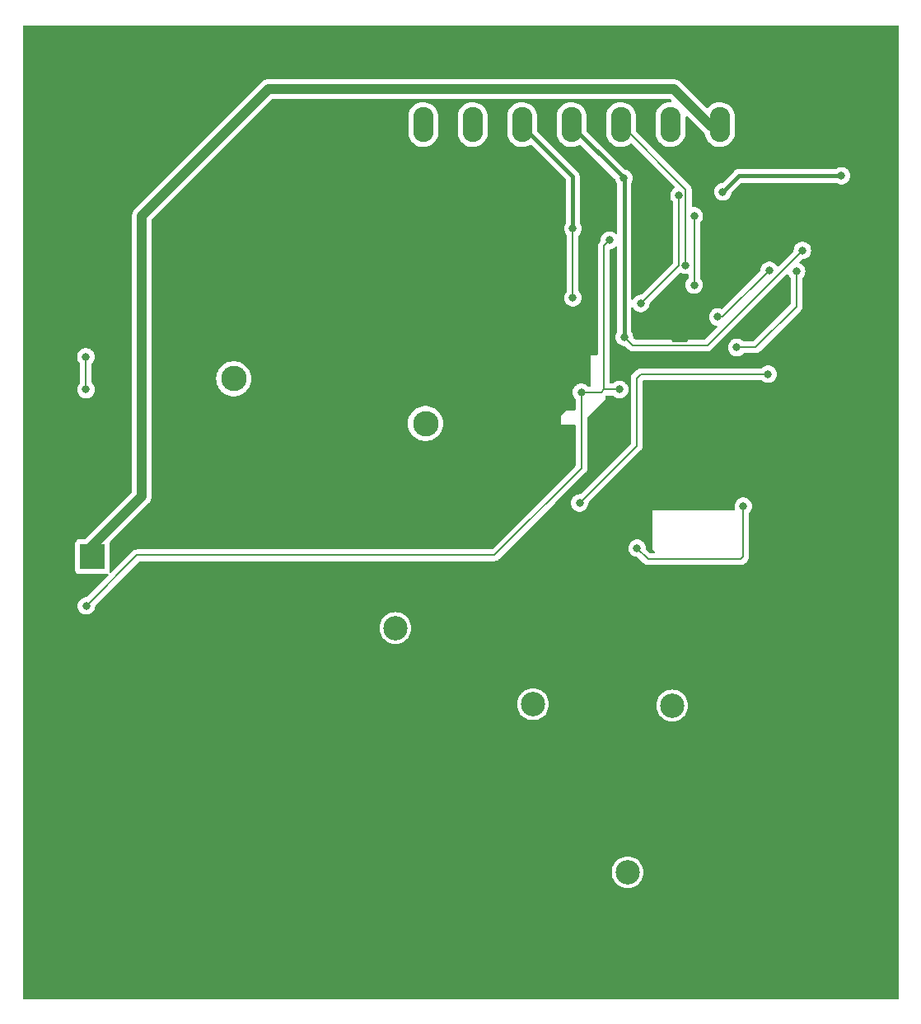
<source format=gbr>
%TF.GenerationSoftware,KiCad,Pcbnew,(7.0.0-0)*%
%TF.CreationDate,2023-05-05T21:57:13+02:00*%
%TF.ProjectId,Filter-forest-v3,46696c74-6572-42d6-966f-726573742d76,rev?*%
%TF.SameCoordinates,Original*%
%TF.FileFunction,Copper,L2,Bot*%
%TF.FilePolarity,Positive*%
%FSLAX46Y46*%
G04 Gerber Fmt 4.6, Leading zero omitted, Abs format (unit mm)*
G04 Created by KiCad (PCBNEW (7.0.0-0)) date 2023-05-05 21:57:13*
%MOMM*%
%LPD*%
G01*
G04 APERTURE LIST*
G04 Aperture macros list*
%AMRoundRect*
0 Rectangle with rounded corners*
0 $1 Rounding radius*
0 $2 $3 $4 $5 $6 $7 $8 $9 X,Y pos of 4 corners*
0 Add a 4 corners polygon primitive as box body*
4,1,4,$2,$3,$4,$5,$6,$7,$8,$9,$2,$3,0*
0 Add four circle primitives for the rounded corners*
1,1,$1+$1,$2,$3*
1,1,$1+$1,$4,$5*
1,1,$1+$1,$6,$7*
1,1,$1+$1,$8,$9*
0 Add four rect primitives between the rounded corners*
20,1,$1+$1,$2,$3,$4,$5,0*
20,1,$1+$1,$4,$5,$6,$7,0*
20,1,$1+$1,$6,$7,$8,$9,0*
20,1,$1+$1,$8,$9,$2,$3,0*%
G04 Aperture macros list end*
%TA.AperFunction,ComponentPad*%
%ADD10C,0.600000*%
%TD*%
%TA.AperFunction,SMDPad,CuDef*%
%ADD11RoundRect,0.250000X-0.600000X-0.600000X0.600000X-0.600000X0.600000X0.600000X-0.600000X0.600000X0*%
%TD*%
%TA.AperFunction,ComponentPad*%
%ADD12R,2.600000X2.600000*%
%TD*%
%TA.AperFunction,ComponentPad*%
%ADD13O,2.600000X2.600000*%
%TD*%
%TA.AperFunction,ComponentPad*%
%ADD14C,0.610000*%
%TD*%
%TA.AperFunction,ComponentPad*%
%ADD15C,2.610000*%
%TD*%
%TA.AperFunction,ComponentPad*%
%ADD16O,1.800000X1.000000*%
%TD*%
%TA.AperFunction,ComponentPad*%
%ADD17C,2.500000*%
%TD*%
%TA.AperFunction,ComponentPad*%
%ADD18C,3.500000*%
%TD*%
%TA.AperFunction,ComponentPad*%
%ADD19C,5.600000*%
%TD*%
%TA.AperFunction,SMDPad,CuDef*%
%ADD20R,4.200000X1.350000*%
%TD*%
%TA.AperFunction,ComponentPad*%
%ADD21RoundRect,0.249999X0.790001X1.550001X-0.790001X1.550001X-0.790001X-1.550001X0.790001X-1.550001X0*%
%TD*%
%TA.AperFunction,ComponentPad*%
%ADD22O,2.080000X3.600000*%
%TD*%
%TA.AperFunction,ViaPad*%
%ADD23C,0.800000*%
%TD*%
%TA.AperFunction,Conductor*%
%ADD24C,0.400000*%
%TD*%
%TA.AperFunction,Conductor*%
%ADD25C,0.200000*%
%TD*%
%TA.AperFunction,Conductor*%
%ADD26C,1.000000*%
%TD*%
%TA.AperFunction,Profile*%
%ADD27C,0.100000*%
%TD*%
G04 APERTURE END LIST*
D10*
%TO.P,U106,17,GND*%
%TO.N,GND*%
X143750000Y-61690000D03*
X144300000Y-61690000D03*
X143200000Y-61690000D03*
D11*
X143750000Y-61690000D03*
D10*
X143750000Y-61140000D03*
X143750000Y-62240000D03*
X144300000Y-62240000D03*
X143200000Y-61140000D03*
X143200000Y-62240000D03*
X144300000Y-61140000D03*
%TD*%
D12*
%TO.P,D108,1,K*%
%TO.N,/+15V*%
X83369999Y-84549999D03*
D13*
%TO.P,D108,2,A*%
%TO.N,GND*%
X83369999Y-99789999D03*
%TD*%
D14*
%TO.P,FL104,2,GND*%
%TO.N,GND*%
X106325000Y-47895000D03*
%TO.P,FL104,4,GND*%
X106325000Y-45685000D03*
%TD*%
D15*
%TO.P,FL101,1,IN-*%
%TO.N,GND*%
X97903520Y-70886160D03*
%TO.P,FL101,2,OUT+*%
%TO.N,Net-(FL101-OUT+)*%
X117610000Y-70880000D03*
%TO.P,FL101,3,OUT-*%
%TO.N,GND*%
X117610000Y-66280000D03*
%TO.P,FL101,5,IN+*%
%TO.N,Net-(FL101-IN+)*%
X97903520Y-66286160D03*
D16*
%TO.P,FL101,GND,MID-*%
%TO.N,GND*%
X100119999Y-64889999D03*
X100219999Y-72289999D03*
D15*
X105420000Y-66290000D03*
D16*
X107619999Y-64889999D03*
X107719999Y-72289999D03*
X115119999Y-64889999D03*
X115219999Y-72289999D03*
%TD*%
D17*
%TO.P,J108,1,In*%
%TO.N,/RFOUT2*%
X128660000Y-99710000D03*
D18*
%TO.P,J108,2,Ext*%
%TO.N,GND*%
X124260000Y-95410000D03*
X124360000Y-103910000D03*
X132960000Y-95410000D03*
X132960000Y-104010000D03*
%TD*%
D17*
%TO.P,J106,1,In*%
%TO.N,/RFOUT23*%
X114510000Y-91880000D03*
D18*
%TO.P,J106,2,Ext*%
%TO.N,GND*%
X110110000Y-87580000D03*
X110210000Y-96080000D03*
X118810000Y-87580000D03*
X118810000Y-96180000D03*
%TD*%
D14*
%TO.P,FL105,2,GND*%
%TO.N,GND*%
X115975000Y-47845000D03*
%TO.P,FL105,4,GND*%
X115975000Y-45635000D03*
%TD*%
D19*
%TO.P,H102,1,1*%
%TO.N,GND*%
X162248804Y-33504383D03*
%TD*%
D17*
%TO.P,J110,1,In*%
%TO.N,/RFOUT6*%
X138380000Y-116960000D03*
D18*
%TO.P,J110,2,Ext*%
%TO.N,GND*%
X133980000Y-112660000D03*
X134080000Y-121160000D03*
X142680000Y-112660000D03*
X142680000Y-121260000D03*
%TD*%
D19*
%TO.P,H104,1,1*%
%TO.N,GND*%
X79748804Y-33504383D03*
%TD*%
D10*
%TO.P,U109,EP,EP*%
%TO.N,GND*%
X147987500Y-67510800D03*
X143725000Y-67510800D03*
X147412500Y-68294000D03*
X143925000Y-68294000D03*
X147987500Y-69077200D03*
X143725000Y-69077200D03*
X142950000Y-69860400D03*
X147412500Y-69870000D03*
X143925000Y-69870000D03*
X148375000Y-70252000D03*
X141787500Y-70252000D03*
X148375000Y-71035200D03*
X141787500Y-71035200D03*
X149150000Y-71426800D03*
X148375000Y-71818400D03*
X141787500Y-71818400D03*
X143327500Y-72200000D03*
X149150000Y-72210000D03*
X146437500Y-72210000D03*
X145662500Y-72210000D03*
X144887500Y-72210000D03*
X144112500Y-72210000D03*
X148375000Y-72601600D03*
X141787500Y-72601600D03*
X146825000Y-72860000D03*
X146050000Y-72860000D03*
X145275000Y-72860000D03*
X144500000Y-72860000D03*
X143725000Y-72885000D03*
X149150000Y-72993200D03*
X148375000Y-73384800D03*
X141787500Y-73384800D03*
X146437500Y-73510000D03*
X145662500Y-73510000D03*
X144887500Y-73510000D03*
X144112500Y-73510000D03*
X143337500Y-73510000D03*
X149150000Y-73776400D03*
X146825000Y-74160000D03*
X146050000Y-74160000D03*
X145275000Y-74160000D03*
X144500000Y-74160000D03*
X143725000Y-74160000D03*
X148375000Y-74168000D03*
X141787500Y-74168000D03*
X149150000Y-74559600D03*
X146437500Y-74810000D03*
X145662500Y-74810000D03*
X144887500Y-74810000D03*
X144112500Y-74810000D03*
X143337500Y-74810000D03*
X148375000Y-74951200D03*
X141787500Y-74951200D03*
X149150000Y-75342800D03*
X146825000Y-75460000D03*
X146050000Y-75460000D03*
X145275000Y-75460000D03*
X144500000Y-75460000D03*
X143725000Y-75460000D03*
X148375000Y-75734400D03*
X141787500Y-75734400D03*
X149150000Y-76126000D03*
X148375000Y-76517600D03*
X141787500Y-76517600D03*
X149150000Y-76909200D03*
X148375000Y-77300800D03*
X141787500Y-77300800D03*
X144312500Y-77692400D03*
X142950000Y-77692400D03*
X143725000Y-78475600D03*
%TD*%
D17*
%TO.P,J109,1,In*%
%TO.N,/RFOUT70*%
X142970000Y-99840000D03*
D18*
%TO.P,J109,2,Ext*%
%TO.N,GND*%
X138570000Y-95540000D03*
X138670000Y-104040000D03*
X147270000Y-95540000D03*
X147270000Y-104140000D03*
%TD*%
D20*
%TO.P,J102,2,Ext*%
%TO.N,GND*%
X78332499Y-108254999D03*
X78332499Y-113904999D03*
%TD*%
D21*
%TO.P,J112,1,Pin_1*%
%TO.N,GND*%
X152950000Y-40190000D03*
D22*
%TO.P,J112,2,Pin_2*%
%TO.N,/+15V*%
X147869999Y-40189999D03*
%TO.P,J112,3,Pin_3*%
%TO.N,unconnected-(J112-Pin_3-Pad3)*%
X142789999Y-40189999D03*
%TO.P,J112,4,Pin_4*%
%TO.N,/TXEN_L*%
X137709999Y-40189999D03*
%TO.P,J112,5,Pin_5*%
%TO.N,VC2*%
X132629999Y-40189999D03*
%TO.P,J112,6,Pin_6*%
%TO.N,VC1*%
X127549999Y-40189999D03*
%TO.P,J112,7,Pin_7*%
%TO.N,/SCL*%
X122469999Y-40189999D03*
%TO.P,J112,8,Pin_8*%
%TO.N,/SDA*%
X117389999Y-40189999D03*
%TD*%
D19*
%TO.P,H101,1,1*%
%TO.N,GND*%
X79748804Y-126504383D03*
%TD*%
%TO.P,H103,1,1*%
%TO.N,GND*%
X162248804Y-126504383D03*
%TD*%
D23*
%TO.N,GND*%
X94600000Y-71440000D03*
X90270000Y-71440000D03*
X151870000Y-60020000D03*
X139380000Y-49600000D03*
%TO.N,Net-(U101-P3)*%
X152942612Y-55145439D03*
X147651198Y-59939696D03*
%TO.N,Net-(U101-P2)*%
X155740000Y-55240000D03*
X149600000Y-63070000D03*
%TO.N,VC2*%
X156340000Y-53110000D03*
%TO.N,GND*%
X94430000Y-113850000D03*
X103940000Y-117070000D03*
X157640000Y-74160000D03*
X161317000Y-74132447D03*
X158190000Y-57780000D03*
X133340000Y-62050000D03*
X127450000Y-70940000D03*
X78900000Y-63510000D03*
X90640000Y-113820000D03*
X82280000Y-91510000D03*
X99800000Y-111590000D03*
X80890000Y-65450000D03*
X128020000Y-77380000D03*
X99720000Y-107670000D03*
X154530000Y-57790000D03*
X83220000Y-76290000D03*
X139600000Y-54530000D03*
X83020000Y-68830000D03*
X100340000Y-117130000D03*
%TO.N,VDD*%
X160350000Y-45440000D03*
X148160000Y-47090000D03*
%TO.N,Net-(Q102-G)*%
X133454891Y-79049963D03*
X152820000Y-65815731D03*
%TO.N,Net-(Q105-G)*%
X139350000Y-83680000D03*
X150270000Y-79360000D03*
%TO.N,/TXEN_L*%
X144360000Y-54630000D03*
%TO.N,VC1*%
X132750000Y-50860000D03*
X132749500Y-57974604D03*
X82700000Y-64030000D03*
X82710000Y-67390000D03*
%TO.N,VC2*%
X138040000Y-62010000D03*
X137995000Y-45695000D03*
%TO.N,VC2_L*%
X139730000Y-58560000D03*
X143660000Y-47470000D03*
%TO.N,VC1_L*%
X82750000Y-89610000D03*
X137550000Y-67390000D03*
X133620000Y-67670000D03*
X136510000Y-52060000D03*
%TO.N,Net-(Q110-G)*%
X145220000Y-56660500D03*
X145230000Y-49570000D03*
%TD*%
D24*
%TO.N,VC2*%
X138020000Y-45720000D02*
X137995000Y-45695000D01*
D25*
%TO.N,VC1_L*%
X135931000Y-67390000D02*
X135651000Y-67670000D01*
X135651000Y-67670000D02*
X133620000Y-67670000D01*
X137550000Y-67390000D02*
X135931000Y-67390000D01*
X135931000Y-67390000D02*
X135931000Y-67091000D01*
X82750000Y-89610000D02*
X87950000Y-84410000D01*
X87950000Y-84410000D02*
X124700000Y-84410000D01*
X124700000Y-84410000D02*
X133620000Y-75490000D01*
X133620000Y-75490000D02*
X133620000Y-67670000D01*
%TO.N,Net-(U101-P3)*%
X148148355Y-59939696D02*
X147651198Y-59939696D01*
X152942612Y-55145439D02*
X148148355Y-59939696D01*
%TO.N,Net-(U101-P2)*%
X155740000Y-58862889D02*
X151532889Y-63070000D01*
X155740000Y-55240000D02*
X155740000Y-58862889D01*
X151532889Y-63070000D02*
X149600000Y-63070000D01*
%TO.N,Net-(Q102-G)*%
X139300000Y-66230000D02*
X139714269Y-65815731D01*
X139714269Y-65815731D02*
X152820000Y-65815731D01*
X139300000Y-73204854D02*
X139300000Y-66230000D01*
X133454891Y-79049963D02*
X139300000Y-73204854D01*
%TO.N,VC2_L*%
X143660000Y-54630000D02*
X139730000Y-58560000D01*
X143660000Y-47470000D02*
X143660000Y-54630000D01*
%TO.N,VC2*%
X138040000Y-62010000D02*
X138870000Y-62840000D01*
X146610000Y-62840000D02*
X156340000Y-53110000D01*
X138870000Y-62840000D02*
X146610000Y-62840000D01*
%TO.N,Net-(Q110-G)*%
X145230000Y-56650500D02*
X145220000Y-56660500D01*
X145230000Y-49570000D02*
X145230000Y-56650500D01*
%TO.N,VDD*%
X160330000Y-45460000D02*
X160350000Y-45440000D01*
D24*
X149790000Y-45460000D02*
X160330000Y-45460000D01*
X148160000Y-47090000D02*
X149790000Y-45460000D01*
D26*
%TO.N,/+15V*%
X88450000Y-49550000D02*
X88450000Y-78350000D01*
X88450000Y-78350000D02*
X83040000Y-83760000D01*
X143130000Y-36540000D02*
X101460000Y-36540000D01*
X101460000Y-36540000D02*
X88450000Y-49550000D01*
X146940000Y-40350000D02*
X143130000Y-36540000D01*
X147890000Y-40350000D02*
X146940000Y-40350000D01*
D25*
%TO.N,Net-(Q105-G)*%
X150021422Y-84830000D02*
X150270000Y-84581422D01*
X139350000Y-83680000D02*
X140500000Y-84830000D01*
X150270000Y-84581422D02*
X150270000Y-79360000D01*
X140500000Y-84830000D02*
X150021422Y-84830000D01*
%TO.N,/TXEN_L*%
X144360000Y-46840000D02*
X137710000Y-40190000D01*
X144360000Y-54630000D02*
X144360000Y-46840000D01*
D24*
%TO.N,VC1*%
X132750000Y-45530000D02*
X132750000Y-50860000D01*
D25*
X82710000Y-64060000D02*
X82700000Y-64070000D01*
X82740000Y-64030000D02*
X82730000Y-64040000D01*
X82700000Y-64030000D02*
X82740000Y-64030000D01*
X132749500Y-57974604D02*
X132750000Y-57974104D01*
X132750000Y-57974104D02*
X132750000Y-50860000D01*
D24*
X127570000Y-40350000D02*
X132750000Y-45530000D01*
D25*
X82700000Y-64070000D02*
X82700000Y-64030000D01*
X82710000Y-67390000D02*
X82710000Y-64060000D01*
D24*
%TO.N,VC2*%
X138020000Y-45720000D02*
X138020000Y-61970000D01*
X132650000Y-40350000D02*
X138020000Y-45720000D01*
X138020000Y-61970000D02*
X138060000Y-62010000D01*
D25*
%TO.N,VC1_L*%
X135931000Y-52639000D02*
X136510000Y-52060000D01*
X135931000Y-67091000D02*
X135931000Y-52639000D01*
%TD*%
%TA.AperFunction,Conductor*%
%TO.N,GND*%
G36*
X166096304Y-30021496D02*
G01*
X166141691Y-30066883D01*
X166158304Y-30128883D01*
X166158304Y-129819883D01*
X166141691Y-129881883D01*
X166096304Y-129927270D01*
X166034304Y-129943883D01*
X76353304Y-129943883D01*
X76291304Y-129927270D01*
X76245917Y-129881883D01*
X76229304Y-129819883D01*
X76229304Y-116960000D01*
X136744458Y-116960000D01*
X136764594Y-117215855D01*
X136765729Y-117220584D01*
X136765730Y-117220588D01*
X136823369Y-117460673D01*
X136823371Y-117460681D01*
X136824507Y-117465410D01*
X136922721Y-117702521D01*
X136925268Y-117706678D01*
X136925269Y-117706679D01*
X137054271Y-117917190D01*
X137054274Y-117917194D01*
X137056819Y-117921347D01*
X137223497Y-118116503D01*
X137418653Y-118283181D01*
X137637479Y-118417279D01*
X137874590Y-118515493D01*
X138124145Y-118575406D01*
X138380000Y-118595542D01*
X138635855Y-118575406D01*
X138885410Y-118515493D01*
X139122521Y-118417279D01*
X139341347Y-118283181D01*
X139536503Y-118116503D01*
X139703181Y-117921347D01*
X139837279Y-117702521D01*
X139935493Y-117465410D01*
X139995406Y-117215855D01*
X140015542Y-116960000D01*
X139995406Y-116704145D01*
X139935493Y-116454590D01*
X139837279Y-116217479D01*
X139703181Y-115998653D01*
X139536503Y-115803497D01*
X139341347Y-115636819D01*
X139337194Y-115634274D01*
X139337190Y-115634271D01*
X139126679Y-115505269D01*
X139126678Y-115505268D01*
X139122521Y-115502721D01*
X138885410Y-115404507D01*
X138880681Y-115403371D01*
X138880673Y-115403369D01*
X138640588Y-115345730D01*
X138640584Y-115345729D01*
X138635855Y-115344594D01*
X138631004Y-115344212D01*
X138631003Y-115344212D01*
X138384854Y-115324840D01*
X138380000Y-115324458D01*
X138375146Y-115324840D01*
X138128996Y-115344212D01*
X138128993Y-115344212D01*
X138124145Y-115344594D01*
X138119417Y-115345728D01*
X138119411Y-115345730D01*
X137879326Y-115403369D01*
X137879314Y-115403372D01*
X137874590Y-115404507D01*
X137870093Y-115406369D01*
X137870089Y-115406371D01*
X137641983Y-115500855D01*
X137641978Y-115500857D01*
X137637479Y-115502721D01*
X137633326Y-115505265D01*
X137633320Y-115505269D01*
X137422809Y-115634271D01*
X137422798Y-115634278D01*
X137418653Y-115636819D01*
X137414956Y-115639976D01*
X137414947Y-115639983D01*
X137227197Y-115800336D01*
X137227190Y-115800342D01*
X137223497Y-115803497D01*
X137220342Y-115807190D01*
X137220336Y-115807197D01*
X137059983Y-115994947D01*
X137059976Y-115994956D01*
X137056819Y-115998653D01*
X137054278Y-116002798D01*
X137054271Y-116002809D01*
X136925269Y-116213320D01*
X136925265Y-116213326D01*
X136922721Y-116217479D01*
X136824507Y-116454590D01*
X136823372Y-116459314D01*
X136823369Y-116459326D01*
X136765730Y-116699411D01*
X136765728Y-116699417D01*
X136764594Y-116704145D01*
X136744458Y-116960000D01*
X76229304Y-116960000D01*
X76229304Y-99710000D01*
X127024458Y-99710000D01*
X127044594Y-99965855D01*
X127045729Y-99970584D01*
X127045730Y-99970588D01*
X127103369Y-100210673D01*
X127103371Y-100210681D01*
X127104507Y-100215410D01*
X127202721Y-100452521D01*
X127205268Y-100456678D01*
X127205269Y-100456679D01*
X127334271Y-100667190D01*
X127334274Y-100667194D01*
X127336819Y-100671347D01*
X127503497Y-100866503D01*
X127698653Y-101033181D01*
X127917479Y-101167279D01*
X128154590Y-101265493D01*
X128404145Y-101325406D01*
X128660000Y-101345542D01*
X128915855Y-101325406D01*
X129165410Y-101265493D01*
X129402521Y-101167279D01*
X129621347Y-101033181D01*
X129816503Y-100866503D01*
X129983181Y-100671347D01*
X130117279Y-100452521D01*
X130215493Y-100215410D01*
X130275406Y-99965855D01*
X130285311Y-99840000D01*
X141334458Y-99840000D01*
X141354594Y-100095855D01*
X141355729Y-100100584D01*
X141355730Y-100100588D01*
X141413369Y-100340673D01*
X141413371Y-100340681D01*
X141414507Y-100345410D01*
X141512721Y-100582521D01*
X141515268Y-100586678D01*
X141515269Y-100586679D01*
X141644271Y-100797190D01*
X141644274Y-100797194D01*
X141646819Y-100801347D01*
X141813497Y-100996503D01*
X142008653Y-101163181D01*
X142012807Y-101165726D01*
X142012809Y-101165728D01*
X142084961Y-101209943D01*
X142227479Y-101297279D01*
X142464590Y-101395493D01*
X142714145Y-101455406D01*
X142970000Y-101475542D01*
X143225855Y-101455406D01*
X143475410Y-101395493D01*
X143712521Y-101297279D01*
X143931347Y-101163181D01*
X144126503Y-100996503D01*
X144293181Y-100801347D01*
X144427279Y-100582521D01*
X144525493Y-100345410D01*
X144585406Y-100095855D01*
X144605542Y-99840000D01*
X144585406Y-99584145D01*
X144525493Y-99334590D01*
X144427279Y-99097479D01*
X144293181Y-98878653D01*
X144126503Y-98683497D01*
X143931347Y-98516819D01*
X143927194Y-98514274D01*
X143927190Y-98514271D01*
X143716679Y-98385269D01*
X143716678Y-98385268D01*
X143712521Y-98382721D01*
X143475410Y-98284507D01*
X143470681Y-98283371D01*
X143470673Y-98283369D01*
X143230588Y-98225730D01*
X143230584Y-98225729D01*
X143225855Y-98224594D01*
X143221004Y-98224212D01*
X143221003Y-98224212D01*
X142974854Y-98204840D01*
X142970000Y-98204458D01*
X142965146Y-98204840D01*
X142718996Y-98224212D01*
X142718993Y-98224212D01*
X142714145Y-98224594D01*
X142709417Y-98225728D01*
X142709411Y-98225730D01*
X142469326Y-98283369D01*
X142469314Y-98283372D01*
X142464590Y-98284507D01*
X142460093Y-98286369D01*
X142460089Y-98286371D01*
X142231983Y-98380855D01*
X142231978Y-98380857D01*
X142227479Y-98382721D01*
X142223326Y-98385265D01*
X142223320Y-98385269D01*
X142012809Y-98514271D01*
X142012798Y-98514278D01*
X142008653Y-98516819D01*
X142004956Y-98519976D01*
X142004947Y-98519983D01*
X141817197Y-98680336D01*
X141817190Y-98680342D01*
X141813497Y-98683497D01*
X141810342Y-98687190D01*
X141810336Y-98687197D01*
X141649983Y-98874947D01*
X141649976Y-98874956D01*
X141646819Y-98878653D01*
X141644278Y-98882798D01*
X141644271Y-98882809D01*
X141515269Y-99093320D01*
X141515265Y-99093326D01*
X141512721Y-99097479D01*
X141510857Y-99101978D01*
X141510855Y-99101983D01*
X141416371Y-99330089D01*
X141414507Y-99334590D01*
X141413372Y-99339314D01*
X141413369Y-99339326D01*
X141355730Y-99579411D01*
X141355728Y-99579417D01*
X141354594Y-99584145D01*
X141334458Y-99840000D01*
X130285311Y-99840000D01*
X130295542Y-99710000D01*
X130275406Y-99454145D01*
X130215493Y-99204590D01*
X130117279Y-98967479D01*
X129983181Y-98748653D01*
X129816503Y-98553497D01*
X129621347Y-98386819D01*
X129617194Y-98384274D01*
X129617190Y-98384271D01*
X129406679Y-98255269D01*
X129406678Y-98255268D01*
X129402521Y-98252721D01*
X129165410Y-98154507D01*
X129160681Y-98153371D01*
X129160673Y-98153369D01*
X128920588Y-98095730D01*
X128920584Y-98095729D01*
X128915855Y-98094594D01*
X128911004Y-98094212D01*
X128911003Y-98094212D01*
X128664854Y-98074840D01*
X128660000Y-98074458D01*
X128655146Y-98074840D01*
X128408996Y-98094212D01*
X128408993Y-98094212D01*
X128404145Y-98094594D01*
X128399417Y-98095728D01*
X128399411Y-98095730D01*
X128159326Y-98153369D01*
X128159314Y-98153372D01*
X128154590Y-98154507D01*
X128150093Y-98156369D01*
X128150089Y-98156371D01*
X127921983Y-98250855D01*
X127921978Y-98250857D01*
X127917479Y-98252721D01*
X127913326Y-98255265D01*
X127913320Y-98255269D01*
X127702809Y-98384271D01*
X127702798Y-98384278D01*
X127698653Y-98386819D01*
X127694956Y-98389976D01*
X127694947Y-98389983D01*
X127507197Y-98550336D01*
X127507190Y-98550342D01*
X127503497Y-98553497D01*
X127500342Y-98557190D01*
X127500336Y-98557197D01*
X127339983Y-98744947D01*
X127339976Y-98744956D01*
X127336819Y-98748653D01*
X127334278Y-98752798D01*
X127334271Y-98752809D01*
X127205269Y-98963320D01*
X127205265Y-98963326D01*
X127202721Y-98967479D01*
X127200857Y-98971978D01*
X127200855Y-98971983D01*
X127147008Y-99101983D01*
X127104507Y-99204590D01*
X127103372Y-99209314D01*
X127103369Y-99209326D01*
X127045730Y-99449411D01*
X127045728Y-99449417D01*
X127044594Y-99454145D01*
X127024458Y-99710000D01*
X76229304Y-99710000D01*
X76229304Y-91880000D01*
X112874458Y-91880000D01*
X112894594Y-92135855D01*
X112895729Y-92140584D01*
X112895730Y-92140588D01*
X112953369Y-92380673D01*
X112953371Y-92380681D01*
X112954507Y-92385410D01*
X113052721Y-92622521D01*
X113055268Y-92626678D01*
X113055269Y-92626679D01*
X113184271Y-92837190D01*
X113184274Y-92837194D01*
X113186819Y-92841347D01*
X113353497Y-93036503D01*
X113548653Y-93203181D01*
X113767479Y-93337279D01*
X114004590Y-93435493D01*
X114254145Y-93495406D01*
X114510000Y-93515542D01*
X114765855Y-93495406D01*
X115015410Y-93435493D01*
X115252521Y-93337279D01*
X115471347Y-93203181D01*
X115666503Y-93036503D01*
X115833181Y-92841347D01*
X115967279Y-92622521D01*
X116065493Y-92385410D01*
X116125406Y-92135855D01*
X116145542Y-91880000D01*
X116125406Y-91624145D01*
X116065493Y-91374590D01*
X115967279Y-91137479D01*
X115833181Y-90918653D01*
X115666503Y-90723497D01*
X115471347Y-90556819D01*
X115467194Y-90554274D01*
X115467190Y-90554271D01*
X115256679Y-90425269D01*
X115256678Y-90425268D01*
X115252521Y-90422721D01*
X115015410Y-90324507D01*
X115010681Y-90323371D01*
X115010673Y-90323369D01*
X114770588Y-90265730D01*
X114770584Y-90265729D01*
X114765855Y-90264594D01*
X114761004Y-90264212D01*
X114761003Y-90264212D01*
X114514854Y-90244840D01*
X114510000Y-90244458D01*
X114505146Y-90244840D01*
X114258996Y-90264212D01*
X114258993Y-90264212D01*
X114254145Y-90264594D01*
X114249417Y-90265728D01*
X114249411Y-90265730D01*
X114009326Y-90323369D01*
X114009314Y-90323372D01*
X114004590Y-90324507D01*
X114000093Y-90326369D01*
X114000089Y-90326371D01*
X113771983Y-90420855D01*
X113771978Y-90420857D01*
X113767479Y-90422721D01*
X113763326Y-90425265D01*
X113763320Y-90425269D01*
X113552809Y-90554271D01*
X113552798Y-90554278D01*
X113548653Y-90556819D01*
X113544956Y-90559976D01*
X113544947Y-90559983D01*
X113357197Y-90720336D01*
X113357190Y-90720342D01*
X113353497Y-90723497D01*
X113350342Y-90727190D01*
X113350336Y-90727197D01*
X113189983Y-90914947D01*
X113189976Y-90914956D01*
X113186819Y-90918653D01*
X113184278Y-90922798D01*
X113184271Y-90922809D01*
X113055269Y-91133320D01*
X113055265Y-91133326D01*
X113052721Y-91137479D01*
X112954507Y-91374590D01*
X112953372Y-91379314D01*
X112953369Y-91379326D01*
X112895730Y-91619411D01*
X112895728Y-91619417D01*
X112894594Y-91624145D01*
X112874458Y-91880000D01*
X76229304Y-91880000D01*
X76229304Y-85894578D01*
X81569500Y-85894578D01*
X81569501Y-85897872D01*
X81569853Y-85901150D01*
X81569854Y-85901161D01*
X81575079Y-85949768D01*
X81575080Y-85949773D01*
X81575909Y-85957483D01*
X81578619Y-85964749D01*
X81578620Y-85964753D01*
X81608216Y-86044103D01*
X81626204Y-86092331D01*
X81631518Y-86099430D01*
X81631519Y-86099431D01*
X81684324Y-86169970D01*
X81712454Y-86207546D01*
X81827669Y-86293796D01*
X81962517Y-86344091D01*
X82022127Y-86350500D01*
X84717872Y-86350499D01*
X84777483Y-86344091D01*
X84864106Y-86311782D01*
X84930324Y-86306096D01*
X84989970Y-86335421D01*
X85025903Y-86391335D01*
X85027801Y-86457772D01*
X84995118Y-86515646D01*
X82837584Y-88673181D01*
X82797356Y-88700061D01*
X82749903Y-88709500D01*
X82655354Y-88709500D01*
X82648995Y-88710851D01*
X82648991Y-88710852D01*
X82476559Y-88747503D01*
X82476552Y-88747505D01*
X82470197Y-88748856D01*
X82464262Y-88751498D01*
X82464254Y-88751501D01*
X82303207Y-88823205D01*
X82303202Y-88823207D01*
X82297270Y-88825849D01*
X82292016Y-88829665D01*
X82292011Y-88829669D01*
X82149388Y-88933290D01*
X82149381Y-88933295D01*
X82144129Y-88937112D01*
X82139784Y-88941937D01*
X82139779Y-88941942D01*
X82021813Y-89072956D01*
X82021808Y-89072962D01*
X82017467Y-89077784D01*
X82014222Y-89083404D01*
X82014218Y-89083410D01*
X81926069Y-89236089D01*
X81926066Y-89236094D01*
X81922821Y-89241716D01*
X81920815Y-89247888D01*
X81920813Y-89247894D01*
X81866333Y-89415564D01*
X81866331Y-89415573D01*
X81864326Y-89421744D01*
X81863648Y-89428194D01*
X81863646Y-89428204D01*
X81854195Y-89518134D01*
X81844540Y-89610000D01*
X81845219Y-89616460D01*
X81863646Y-89791795D01*
X81863647Y-89791803D01*
X81864326Y-89798256D01*
X81866331Y-89804428D01*
X81866333Y-89804435D01*
X81920813Y-89972105D01*
X81922821Y-89978284D01*
X82017467Y-90142216D01*
X82144129Y-90282888D01*
X82149387Y-90286708D01*
X82149388Y-90286709D01*
X82201413Y-90324507D01*
X82297270Y-90394151D01*
X82470197Y-90471144D01*
X82655354Y-90510500D01*
X82838143Y-90510500D01*
X82844646Y-90510500D01*
X83029803Y-90471144D01*
X83202730Y-90394151D01*
X83355871Y-90282888D01*
X83482533Y-90142216D01*
X83577179Y-89978284D01*
X83635674Y-89798256D01*
X83655460Y-89610000D01*
X83654937Y-89605028D01*
X83664220Y-89558362D01*
X83691100Y-89518134D01*
X88162416Y-85046819D01*
X88202644Y-85019939D01*
X88250097Y-85010500D01*
X124652513Y-85010500D01*
X124668698Y-85011561D01*
X124700000Y-85015682D01*
X124856762Y-84995044D01*
X125002841Y-84934536D01*
X125091901Y-84866198D01*
X125128282Y-84838282D01*
X125147510Y-84813222D01*
X125158189Y-84801044D01*
X126279233Y-83680000D01*
X138444540Y-83680000D01*
X138445219Y-83686460D01*
X138463646Y-83861795D01*
X138463647Y-83861803D01*
X138464326Y-83868256D01*
X138466331Y-83874428D01*
X138466333Y-83874435D01*
X138509549Y-84007437D01*
X138522821Y-84048284D01*
X138617467Y-84212216D01*
X138621811Y-84217041D01*
X138621813Y-84217043D01*
X138739779Y-84348057D01*
X138744129Y-84352888D01*
X138897270Y-84464151D01*
X139070197Y-84541144D01*
X139255354Y-84580500D01*
X139349903Y-84580500D01*
X139397356Y-84589939D01*
X139437584Y-84616819D01*
X140041799Y-85221034D01*
X140052489Y-85233222D01*
X140071718Y-85258282D01*
X140197158Y-85354535D01*
X140197159Y-85354536D01*
X140343238Y-85415044D01*
X140500000Y-85435682D01*
X140508059Y-85434621D01*
X140531302Y-85431561D01*
X140547487Y-85430500D01*
X149973935Y-85430500D01*
X149990120Y-85431561D01*
X150021422Y-85435682D01*
X150178184Y-85415044D01*
X150324263Y-85354536D01*
X150324263Y-85354535D01*
X150449704Y-85258282D01*
X150468932Y-85233222D01*
X150479611Y-85221044D01*
X150661044Y-85039611D01*
X150673222Y-85028932D01*
X150698282Y-85009704D01*
X150794536Y-84884263D01*
X150855044Y-84738184D01*
X150870500Y-84620783D01*
X150875682Y-84581422D01*
X150871561Y-84550120D01*
X150870500Y-84533935D01*
X150870500Y-80086452D01*
X150878736Y-80042014D01*
X150902350Y-80003480D01*
X150951305Y-79949110D01*
X151002533Y-79892216D01*
X151097179Y-79728284D01*
X151155674Y-79548256D01*
X151175460Y-79360000D01*
X151155674Y-79171744D01*
X151097179Y-78991716D01*
X151002533Y-78827784D01*
X150875871Y-78687112D01*
X150870613Y-78683292D01*
X150870611Y-78683290D01*
X150727988Y-78579669D01*
X150727987Y-78579668D01*
X150722730Y-78575849D01*
X150716792Y-78573205D01*
X150555745Y-78501501D01*
X150555740Y-78501499D01*
X150549803Y-78498856D01*
X150543444Y-78497504D01*
X150543440Y-78497503D01*
X150371008Y-78460852D01*
X150371005Y-78460851D01*
X150364646Y-78459500D01*
X150175354Y-78459500D01*
X150168995Y-78460851D01*
X150168991Y-78460852D01*
X149996559Y-78497503D01*
X149996552Y-78497505D01*
X149990197Y-78498856D01*
X149984262Y-78501498D01*
X149984254Y-78501501D01*
X149823207Y-78573205D01*
X149823202Y-78573207D01*
X149817270Y-78575849D01*
X149812016Y-78579665D01*
X149812011Y-78579669D01*
X149669388Y-78683290D01*
X149669381Y-78683295D01*
X149664129Y-78687112D01*
X149659784Y-78691937D01*
X149659779Y-78691942D01*
X149541813Y-78822956D01*
X149541808Y-78822962D01*
X149537467Y-78827784D01*
X149534222Y-78833404D01*
X149534218Y-78833410D01*
X149446069Y-78986089D01*
X149446066Y-78986094D01*
X149442821Y-78991716D01*
X149440815Y-78997888D01*
X149440813Y-78997894D01*
X149386333Y-79165564D01*
X149386331Y-79165573D01*
X149384326Y-79171744D01*
X149383648Y-79178194D01*
X149383646Y-79178204D01*
X149365962Y-79346464D01*
X149364540Y-79360000D01*
X149365219Y-79366460D01*
X149383646Y-79541795D01*
X149383647Y-79541803D01*
X149384326Y-79548256D01*
X149386331Y-79554428D01*
X149386333Y-79554435D01*
X149419881Y-79657682D01*
X149424423Y-79715398D01*
X149402268Y-79768885D01*
X149358245Y-79806485D01*
X149301950Y-79820000D01*
X141440000Y-79820000D01*
X140920000Y-79820000D01*
X140920000Y-83840000D01*
X141080883Y-83964509D01*
X141136351Y-84007437D01*
X141173905Y-84055439D01*
X141184052Y-84115535D01*
X141164342Y-84173207D01*
X141119537Y-84214522D01*
X141060459Y-84229500D01*
X140800097Y-84229500D01*
X140752644Y-84220061D01*
X140712416Y-84193181D01*
X140291100Y-83771865D01*
X140264220Y-83731637D01*
X140254937Y-83684970D01*
X140255460Y-83680000D01*
X140235674Y-83491744D01*
X140177179Y-83311716D01*
X140082533Y-83147784D01*
X140072331Y-83136454D01*
X139960220Y-83011942D01*
X139960219Y-83011941D01*
X139955871Y-83007112D01*
X139950613Y-83003292D01*
X139950611Y-83003290D01*
X139807988Y-82899669D01*
X139807987Y-82899668D01*
X139802730Y-82895849D01*
X139783172Y-82887141D01*
X139635745Y-82821501D01*
X139635740Y-82821499D01*
X139629803Y-82818856D01*
X139623444Y-82817504D01*
X139623440Y-82817503D01*
X139451008Y-82780852D01*
X139451005Y-82780851D01*
X139444646Y-82779500D01*
X139255354Y-82779500D01*
X139248995Y-82780851D01*
X139248991Y-82780852D01*
X139076559Y-82817503D01*
X139076552Y-82817505D01*
X139070197Y-82818856D01*
X139064262Y-82821498D01*
X139064254Y-82821501D01*
X138903207Y-82893205D01*
X138903202Y-82893207D01*
X138897270Y-82895849D01*
X138892016Y-82899665D01*
X138892011Y-82899669D01*
X138749388Y-83003290D01*
X138749381Y-83003295D01*
X138744129Y-83007112D01*
X138739784Y-83011937D01*
X138739779Y-83011942D01*
X138621813Y-83142956D01*
X138621808Y-83142962D01*
X138617467Y-83147784D01*
X138614222Y-83153404D01*
X138614218Y-83153410D01*
X138526069Y-83306089D01*
X138526066Y-83306094D01*
X138522821Y-83311716D01*
X138520815Y-83317888D01*
X138520813Y-83317894D01*
X138466333Y-83485564D01*
X138466331Y-83485573D01*
X138464326Y-83491744D01*
X138463648Y-83498194D01*
X138463646Y-83498204D01*
X138445962Y-83666464D01*
X138444540Y-83680000D01*
X126279233Y-83680000D01*
X130909270Y-79049963D01*
X132549431Y-79049963D01*
X132550110Y-79056423D01*
X132568537Y-79231758D01*
X132568538Y-79231766D01*
X132569217Y-79238219D01*
X132571222Y-79244391D01*
X132571224Y-79244398D01*
X132606687Y-79353540D01*
X132627712Y-79418247D01*
X132630959Y-79423871D01*
X132630960Y-79423873D01*
X132702772Y-79548256D01*
X132722358Y-79582179D01*
X132849020Y-79722851D01*
X133002161Y-79834114D01*
X133175088Y-79911107D01*
X133360245Y-79950463D01*
X133543034Y-79950463D01*
X133549537Y-79950463D01*
X133734694Y-79911107D01*
X133907621Y-79834114D01*
X134060762Y-79722851D01*
X134187424Y-79582179D01*
X134282070Y-79418247D01*
X134340565Y-79238219D01*
X134360351Y-79049963D01*
X134359828Y-79044991D01*
X134369111Y-78998325D01*
X134395991Y-78958097D01*
X135469871Y-77884217D01*
X139691044Y-73663043D01*
X139703222Y-73652364D01*
X139728282Y-73633136D01*
X139824536Y-73507695D01*
X139885044Y-73361616D01*
X139900500Y-73244215D01*
X139905682Y-73204854D01*
X139901561Y-73173552D01*
X139900500Y-73157367D01*
X139900500Y-66540231D01*
X139917113Y-66478231D01*
X139962500Y-66432844D01*
X140024500Y-66416231D01*
X152093741Y-66416231D01*
X152144176Y-66426951D01*
X152185890Y-66457258D01*
X152209776Y-66483786D01*
X152209782Y-66483792D01*
X152214129Y-66488619D01*
X152367270Y-66599882D01*
X152540197Y-66676875D01*
X152725354Y-66716231D01*
X152908143Y-66716231D01*
X152914646Y-66716231D01*
X153099803Y-66676875D01*
X153272730Y-66599882D01*
X153425871Y-66488619D01*
X153552533Y-66347947D01*
X153647179Y-66184015D01*
X153705674Y-66003987D01*
X153725460Y-65815731D01*
X153705674Y-65627475D01*
X153647179Y-65447447D01*
X153552533Y-65283515D01*
X153425871Y-65142843D01*
X153420612Y-65139022D01*
X153420611Y-65139021D01*
X153277988Y-65035400D01*
X153277987Y-65035399D01*
X153272730Y-65031580D01*
X153266792Y-65028936D01*
X153105745Y-64957232D01*
X153105740Y-64957230D01*
X153099803Y-64954587D01*
X153093444Y-64953235D01*
X153093440Y-64953234D01*
X152921008Y-64916583D01*
X152921005Y-64916582D01*
X152914646Y-64915231D01*
X152725354Y-64915231D01*
X152718995Y-64916582D01*
X152718991Y-64916583D01*
X152546559Y-64953234D01*
X152546552Y-64953236D01*
X152540197Y-64954587D01*
X152534262Y-64957229D01*
X152534254Y-64957232D01*
X152373207Y-65028936D01*
X152373202Y-65028938D01*
X152367270Y-65031580D01*
X152362016Y-65035396D01*
X152362011Y-65035400D01*
X152219387Y-65139022D01*
X152219382Y-65139026D01*
X152214129Y-65142843D01*
X152209787Y-65147664D01*
X152209776Y-65147675D01*
X152185890Y-65174204D01*
X152144176Y-65204511D01*
X152093741Y-65215231D01*
X139761756Y-65215231D01*
X139745571Y-65214170D01*
X139722328Y-65211110D01*
X139714269Y-65210049D01*
X139706210Y-65211110D01*
X139674908Y-65215231D01*
X139565566Y-65229625D01*
X139565558Y-65229627D01*
X139557507Y-65230687D01*
X139550002Y-65233795D01*
X139549997Y-65233797D01*
X139418935Y-65288085D01*
X139418931Y-65288086D01*
X139411428Y-65291195D01*
X139404983Y-65296139D01*
X139404980Y-65296142D01*
X139292432Y-65382503D01*
X139292429Y-65382505D01*
X139285987Y-65387449D01*
X139281042Y-65393892D01*
X139281039Y-65393896D01*
X139266759Y-65412505D01*
X139256067Y-65424696D01*
X138908965Y-65771798D01*
X138896774Y-65782490D01*
X138878165Y-65796770D01*
X138878161Y-65796773D01*
X138871718Y-65801718D01*
X138866774Y-65808160D01*
X138866772Y-65808163D01*
X138847550Y-65833215D01*
X138780411Y-65920711D01*
X138780408Y-65920714D01*
X138775464Y-65927159D01*
X138772355Y-65934663D01*
X138772353Y-65934668D01*
X138718066Y-66065728D01*
X138718064Y-66065733D01*
X138714956Y-66073238D01*
X138713896Y-66081289D01*
X138713894Y-66081297D01*
X138701185Y-66177836D01*
X138694318Y-66230000D01*
X138695379Y-66238059D01*
X138698439Y-66261302D01*
X138699500Y-66277487D01*
X138699500Y-67345822D01*
X138688074Y-67390000D01*
X138699500Y-67434178D01*
X138699500Y-72904757D01*
X138690061Y-72952210D01*
X138663181Y-72992438D01*
X133542475Y-78113144D01*
X133502247Y-78140024D01*
X133454794Y-78149463D01*
X133360245Y-78149463D01*
X133353886Y-78150814D01*
X133353882Y-78150815D01*
X133181450Y-78187466D01*
X133181443Y-78187468D01*
X133175088Y-78188819D01*
X133169153Y-78191461D01*
X133169145Y-78191464D01*
X133008098Y-78263168D01*
X133008093Y-78263170D01*
X133002161Y-78265812D01*
X132996907Y-78269628D01*
X132996902Y-78269632D01*
X132854279Y-78373253D01*
X132854272Y-78373258D01*
X132849020Y-78377075D01*
X132844675Y-78381900D01*
X132844670Y-78381905D01*
X132726704Y-78512919D01*
X132726699Y-78512925D01*
X132722358Y-78517747D01*
X132719113Y-78523367D01*
X132719109Y-78523373D01*
X132630960Y-78676052D01*
X132630957Y-78676057D01*
X132627712Y-78681679D01*
X132625706Y-78687851D01*
X132625704Y-78687857D01*
X132571224Y-78855527D01*
X132571222Y-78855536D01*
X132569217Y-78861707D01*
X132568539Y-78868157D01*
X132568537Y-78868167D01*
X132554150Y-79005059D01*
X132549431Y-79049963D01*
X130909270Y-79049963D01*
X134011044Y-75948189D01*
X134023222Y-75937510D01*
X134048282Y-75918282D01*
X134144536Y-75792841D01*
X134205044Y-75646762D01*
X134220500Y-75529361D01*
X134225682Y-75490000D01*
X134221561Y-75458698D01*
X134220500Y-75442513D01*
X134220500Y-70360862D01*
X134229939Y-70313409D01*
X134256819Y-70273181D01*
X135104000Y-69426000D01*
X136070000Y-68460000D01*
X136070000Y-68152469D01*
X136076578Y-68112620D01*
X136095609Y-68077002D01*
X136098502Y-68073232D01*
X136109188Y-68061045D01*
X136132917Y-68037317D01*
X136143419Y-68026816D01*
X136183647Y-67999938D01*
X136231098Y-67990500D01*
X136823741Y-67990500D01*
X136874176Y-68001220D01*
X136915890Y-68031527D01*
X136939776Y-68058055D01*
X136939782Y-68058061D01*
X136944129Y-68062888D01*
X137097270Y-68174151D01*
X137270197Y-68251144D01*
X137455354Y-68290500D01*
X137638143Y-68290500D01*
X137644646Y-68290500D01*
X137829803Y-68251144D01*
X138002730Y-68174151D01*
X138155871Y-68062888D01*
X138282533Y-67922216D01*
X138377179Y-67758284D01*
X138435674Y-67578256D01*
X138452179Y-67421216D01*
X138463850Y-67389999D01*
X138452179Y-67358783D01*
X138446640Y-67306086D01*
X138435674Y-67201744D01*
X138377179Y-67021716D01*
X138282533Y-66857784D01*
X138240859Y-66811501D01*
X138160220Y-66721942D01*
X138160219Y-66721941D01*
X138155871Y-66717112D01*
X138150612Y-66713291D01*
X138150611Y-66713290D01*
X138007988Y-66609669D01*
X138007987Y-66609668D01*
X138002730Y-66605849D01*
X137996792Y-66603205D01*
X137835745Y-66531501D01*
X137835740Y-66531499D01*
X137829803Y-66528856D01*
X137823444Y-66527504D01*
X137823440Y-66527503D01*
X137651008Y-66490852D01*
X137651005Y-66490851D01*
X137644646Y-66489500D01*
X137455354Y-66489500D01*
X137448995Y-66490851D01*
X137448991Y-66490852D01*
X137276559Y-66527503D01*
X137276552Y-66527505D01*
X137270197Y-66528856D01*
X137264262Y-66531498D01*
X137264254Y-66531501D01*
X137103207Y-66603205D01*
X137103202Y-66603207D01*
X137097270Y-66605849D01*
X137092016Y-66609665D01*
X137092011Y-66609669D01*
X136949387Y-66713291D01*
X136949382Y-66713295D01*
X136944129Y-66717112D01*
X136939787Y-66721933D01*
X136939776Y-66721944D01*
X136915890Y-66748473D01*
X136874176Y-66778780D01*
X136823741Y-66789500D01*
X136655500Y-66789500D01*
X136593500Y-66772887D01*
X136548113Y-66727500D01*
X136531500Y-66665500D01*
X136531500Y-53076461D01*
X136544050Y-53022103D01*
X136579158Y-52978748D01*
X136629719Y-52955171D01*
X136697702Y-52940720D01*
X136789803Y-52921144D01*
X136962730Y-52844151D01*
X137115871Y-52732888D01*
X137116004Y-52733071D01*
X137162156Y-52707701D01*
X137218737Y-52705331D01*
X137270471Y-52728365D01*
X137306569Y-52772000D01*
X137319500Y-52827134D01*
X137319500Y-61423717D01*
X137302887Y-61485717D01*
X137216069Y-61636089D01*
X137216066Y-61636094D01*
X137212821Y-61641716D01*
X137210815Y-61647888D01*
X137210813Y-61647894D01*
X137156333Y-61815564D01*
X137156331Y-61815573D01*
X137154326Y-61821744D01*
X137153648Y-61828194D01*
X137153646Y-61828204D01*
X137135962Y-61996464D01*
X137134540Y-62010000D01*
X137135219Y-62016460D01*
X137153646Y-62191795D01*
X137153647Y-62191803D01*
X137154326Y-62198256D01*
X137156331Y-62204428D01*
X137156333Y-62204435D01*
X137184028Y-62289669D01*
X137212821Y-62378284D01*
X137216068Y-62383908D01*
X137216069Y-62383910D01*
X137302120Y-62532956D01*
X137307467Y-62542216D01*
X137434129Y-62682888D01*
X137439387Y-62686708D01*
X137439388Y-62686709D01*
X137468547Y-62707894D01*
X137587270Y-62794151D01*
X137760197Y-62871144D01*
X137945354Y-62910500D01*
X138039903Y-62910500D01*
X138087356Y-62919939D01*
X138127584Y-62946819D01*
X138411799Y-63231034D01*
X138422489Y-63243222D01*
X138441718Y-63268282D01*
X138521499Y-63329500D01*
X138567159Y-63364536D01*
X138713238Y-63425044D01*
X138870000Y-63445682D01*
X138878059Y-63444621D01*
X138901302Y-63441561D01*
X138917487Y-63440500D01*
X146562513Y-63440500D01*
X146578698Y-63441561D01*
X146610000Y-63445682D01*
X146766762Y-63425044D01*
X146912841Y-63364536D01*
X146958501Y-63329500D01*
X147038282Y-63268282D01*
X147057510Y-63243222D01*
X147068189Y-63231044D01*
X154717409Y-55581824D01*
X154768315Y-55551085D01*
X154827681Y-55547583D01*
X154881851Y-55572124D01*
X154910859Y-55609416D01*
X154912821Y-55608284D01*
X155007467Y-55772216D01*
X155011811Y-55777041D01*
X155011813Y-55777043D01*
X155107650Y-55883480D01*
X155131264Y-55922014D01*
X155139500Y-55966452D01*
X155139500Y-58562792D01*
X155130061Y-58610245D01*
X155103181Y-58650473D01*
X151320473Y-62433181D01*
X151280245Y-62460061D01*
X151232792Y-62469500D01*
X150326259Y-62469500D01*
X150275824Y-62458780D01*
X150234110Y-62428473D01*
X150210223Y-62401944D01*
X150210216Y-62401938D01*
X150205871Y-62397112D01*
X150200612Y-62393291D01*
X150057988Y-62289669D01*
X150057987Y-62289668D01*
X150052730Y-62285849D01*
X150046792Y-62283205D01*
X149885745Y-62211501D01*
X149885740Y-62211499D01*
X149879803Y-62208856D01*
X149873444Y-62207504D01*
X149873440Y-62207503D01*
X149701008Y-62170852D01*
X149701005Y-62170851D01*
X149694646Y-62169500D01*
X149505354Y-62169500D01*
X149498995Y-62170851D01*
X149498991Y-62170852D01*
X149326559Y-62207503D01*
X149326552Y-62207505D01*
X149320197Y-62208856D01*
X149314262Y-62211498D01*
X149314254Y-62211501D01*
X149153207Y-62283205D01*
X149153202Y-62283207D01*
X149147270Y-62285849D01*
X149142016Y-62289665D01*
X149142011Y-62289669D01*
X148999388Y-62393290D01*
X148999381Y-62393295D01*
X148994129Y-62397112D01*
X148989784Y-62401937D01*
X148989779Y-62401942D01*
X148871813Y-62532956D01*
X148871808Y-62532962D01*
X148867467Y-62537784D01*
X148864222Y-62543404D01*
X148864218Y-62543410D01*
X148776069Y-62696089D01*
X148776066Y-62696094D01*
X148772821Y-62701716D01*
X148770815Y-62707888D01*
X148770813Y-62707894D01*
X148716333Y-62875564D01*
X148716331Y-62875573D01*
X148714326Y-62881744D01*
X148713648Y-62888194D01*
X148713646Y-62888204D01*
X148695962Y-63056464D01*
X148694540Y-63070000D01*
X148695219Y-63076460D01*
X148713646Y-63251795D01*
X148713647Y-63251803D01*
X148714326Y-63258256D01*
X148716331Y-63264428D01*
X148716333Y-63264435D01*
X148770813Y-63432105D01*
X148772821Y-63438284D01*
X148776068Y-63443908D01*
X148776069Y-63443910D01*
X148803738Y-63491835D01*
X148867467Y-63602216D01*
X148871811Y-63607041D01*
X148871813Y-63607043D01*
X148932661Y-63674621D01*
X148994129Y-63742888D01*
X149147270Y-63854151D01*
X149320197Y-63931144D01*
X149505354Y-63970500D01*
X149688143Y-63970500D01*
X149694646Y-63970500D01*
X149879803Y-63931144D01*
X150052730Y-63854151D01*
X150205871Y-63742888D01*
X150210223Y-63738055D01*
X150234110Y-63711527D01*
X150275824Y-63681220D01*
X150326259Y-63670500D01*
X151485402Y-63670500D01*
X151501587Y-63671561D01*
X151532889Y-63675682D01*
X151689651Y-63655044D01*
X151835730Y-63594536D01*
X151878039Y-63562071D01*
X151961171Y-63498282D01*
X151980399Y-63473222D01*
X151991078Y-63461044D01*
X156131044Y-59321078D01*
X156143222Y-59310399D01*
X156168282Y-59291171D01*
X156264536Y-59165730D01*
X156325044Y-59019651D01*
X156340500Y-58902250D01*
X156345682Y-58862889D01*
X156341561Y-58831587D01*
X156340500Y-58815402D01*
X156340500Y-55966452D01*
X156348736Y-55922014D01*
X156372350Y-55883480D01*
X156472533Y-55772216D01*
X156567179Y-55608284D01*
X156625674Y-55428256D01*
X156645460Y-55240000D01*
X156625674Y-55051744D01*
X156567179Y-54871716D01*
X156472533Y-54707784D01*
X156383042Y-54608395D01*
X156350220Y-54571942D01*
X156350219Y-54571941D01*
X156345871Y-54567112D01*
X156340613Y-54563292D01*
X156340611Y-54563290D01*
X156197988Y-54459669D01*
X156197987Y-54459668D01*
X156192730Y-54455849D01*
X156115829Y-54421610D01*
X156068885Y-54385098D01*
X156044341Y-54330928D01*
X156047843Y-54271559D01*
X156078584Y-54220650D01*
X156252416Y-54046819D01*
X156292644Y-54019939D01*
X156340097Y-54010500D01*
X156428143Y-54010500D01*
X156434646Y-54010500D01*
X156619803Y-53971144D01*
X156792730Y-53894151D01*
X156945871Y-53782888D01*
X157072533Y-53642216D01*
X157167179Y-53478284D01*
X157225674Y-53298256D01*
X157245460Y-53110000D01*
X157225674Y-52921744D01*
X157167179Y-52741716D01*
X157072533Y-52577784D01*
X156945871Y-52437112D01*
X156940613Y-52433292D01*
X156940611Y-52433290D01*
X156797988Y-52329669D01*
X156797987Y-52329668D01*
X156792730Y-52325849D01*
X156786792Y-52323205D01*
X156625745Y-52251501D01*
X156625740Y-52251499D01*
X156619803Y-52248856D01*
X156613444Y-52247504D01*
X156613440Y-52247503D01*
X156441008Y-52210852D01*
X156441005Y-52210851D01*
X156434646Y-52209500D01*
X156245354Y-52209500D01*
X156238995Y-52210851D01*
X156238991Y-52210852D01*
X156066559Y-52247503D01*
X156066552Y-52247505D01*
X156060197Y-52248856D01*
X156054262Y-52251498D01*
X156054254Y-52251501D01*
X155893207Y-52323205D01*
X155893202Y-52323207D01*
X155887270Y-52325849D01*
X155882016Y-52329665D01*
X155882011Y-52329669D01*
X155739388Y-52433290D01*
X155739381Y-52433295D01*
X155734129Y-52437112D01*
X155729784Y-52441937D01*
X155729779Y-52441942D01*
X155611813Y-52572956D01*
X155611808Y-52572962D01*
X155607467Y-52577784D01*
X155604222Y-52583404D01*
X155604218Y-52583410D01*
X155516069Y-52736089D01*
X155516066Y-52736094D01*
X155512821Y-52741716D01*
X155510815Y-52747888D01*
X155510813Y-52747894D01*
X155456333Y-52915564D01*
X155456331Y-52915573D01*
X155454326Y-52921744D01*
X155453648Y-52928194D01*
X155453646Y-52928204D01*
X155443778Y-53022103D01*
X155434540Y-53110000D01*
X155435062Y-53114970D01*
X155425780Y-53161636D01*
X155398900Y-53201864D01*
X153903758Y-54697005D01*
X153855936Y-54726743D01*
X153799892Y-54732263D01*
X153747187Y-54712426D01*
X153708690Y-54671325D01*
X153675145Y-54613223D01*
X153548483Y-54472551D01*
X153543225Y-54468731D01*
X153543223Y-54468729D01*
X153400600Y-54365108D01*
X153400599Y-54365107D01*
X153395342Y-54361288D01*
X153389404Y-54358644D01*
X153228357Y-54286940D01*
X153228352Y-54286938D01*
X153222415Y-54284295D01*
X153216056Y-54282943D01*
X153216052Y-54282942D01*
X153043620Y-54246291D01*
X153043617Y-54246290D01*
X153037258Y-54244939D01*
X152847966Y-54244939D01*
X152841607Y-54246290D01*
X152841603Y-54246291D01*
X152669171Y-54282942D01*
X152669164Y-54282944D01*
X152662809Y-54284295D01*
X152656874Y-54286937D01*
X152656866Y-54286940D01*
X152495819Y-54358644D01*
X152495814Y-54358646D01*
X152489882Y-54361288D01*
X152484628Y-54365104D01*
X152484623Y-54365108D01*
X152342000Y-54468729D01*
X152341993Y-54468734D01*
X152336741Y-54472551D01*
X152332396Y-54477376D01*
X152332391Y-54477381D01*
X152214425Y-54608395D01*
X152214420Y-54608401D01*
X152210079Y-54613223D01*
X152206834Y-54618843D01*
X152206830Y-54618849D01*
X152118681Y-54771528D01*
X152118678Y-54771533D01*
X152115433Y-54777155D01*
X152113427Y-54783327D01*
X152113425Y-54783333D01*
X152058945Y-54951003D01*
X152058943Y-54951012D01*
X152056938Y-54957183D01*
X152056260Y-54963633D01*
X152056258Y-54963643D01*
X152038574Y-55131903D01*
X152037152Y-55145439D01*
X152037674Y-55150409D01*
X152028392Y-55197075D01*
X152001512Y-55237303D01*
X148149895Y-59088919D01*
X148108665Y-59116209D01*
X148060049Y-59125219D01*
X148011779Y-59114517D01*
X147931001Y-59078552D01*
X147924642Y-59077200D01*
X147924638Y-59077199D01*
X147752206Y-59040548D01*
X147752203Y-59040547D01*
X147745844Y-59039196D01*
X147556552Y-59039196D01*
X147550193Y-59040547D01*
X147550189Y-59040548D01*
X147377757Y-59077199D01*
X147377750Y-59077201D01*
X147371395Y-59078552D01*
X147365460Y-59081194D01*
X147365452Y-59081197D01*
X147204405Y-59152901D01*
X147204400Y-59152903D01*
X147198468Y-59155545D01*
X147193214Y-59159361D01*
X147193209Y-59159365D01*
X147050586Y-59262986D01*
X147050579Y-59262991D01*
X147045327Y-59266808D01*
X147040982Y-59271633D01*
X147040977Y-59271638D01*
X146923011Y-59402652D01*
X146923006Y-59402658D01*
X146918665Y-59407480D01*
X146915420Y-59413100D01*
X146915416Y-59413106D01*
X146827267Y-59565785D01*
X146827264Y-59565790D01*
X146824019Y-59571412D01*
X146822013Y-59577584D01*
X146822011Y-59577590D01*
X146767531Y-59745260D01*
X146767529Y-59745269D01*
X146765524Y-59751440D01*
X146764846Y-59757890D01*
X146764844Y-59757900D01*
X146747160Y-59926160D01*
X146745738Y-59939696D01*
X146746417Y-59946156D01*
X146764844Y-60121491D01*
X146764845Y-60121499D01*
X146765524Y-60127952D01*
X146767529Y-60134124D01*
X146767531Y-60134131D01*
X146822011Y-60301801D01*
X146824019Y-60307980D01*
X146918665Y-60471912D01*
X147045327Y-60612584D01*
X147198468Y-60723847D01*
X147371395Y-60800840D01*
X147501416Y-60828476D01*
X147559806Y-60858710D01*
X147594529Y-60914548D01*
X147595820Y-60980289D01*
X147563316Y-61037447D01*
X146397584Y-62203181D01*
X146357356Y-62230061D01*
X146309903Y-62239500D01*
X139170097Y-62239500D01*
X139122644Y-62230061D01*
X139082416Y-62203181D01*
X138981100Y-62101865D01*
X138954220Y-62061637D01*
X138944937Y-62014970D01*
X138945460Y-62010000D01*
X138925674Y-61821744D01*
X138867179Y-61641716D01*
X138772533Y-61477784D01*
X138768188Y-61472959D01*
X138768182Y-61472950D01*
X138752351Y-61455369D01*
X138728736Y-61416834D01*
X138720500Y-61372396D01*
X138720500Y-59075269D01*
X138737113Y-59013269D01*
X138782500Y-58967882D01*
X138844500Y-58951269D01*
X138906500Y-58967882D01*
X138951887Y-59013269D01*
X138987682Y-59075269D01*
X138997467Y-59092216D01*
X139001811Y-59097041D01*
X139001813Y-59097043D01*
X139052108Y-59152901D01*
X139124129Y-59232888D01*
X139129387Y-59236708D01*
X139129388Y-59236709D01*
X139170816Y-59266808D01*
X139277270Y-59344151D01*
X139450197Y-59421144D01*
X139635354Y-59460500D01*
X139818143Y-59460500D01*
X139824646Y-59460500D01*
X140009803Y-59421144D01*
X140182730Y-59344151D01*
X140335871Y-59232888D01*
X140462533Y-59092216D01*
X140557179Y-58928284D01*
X140615674Y-58748256D01*
X140635460Y-58560000D01*
X140634937Y-58555028D01*
X140644220Y-58508362D01*
X140671100Y-58468134D01*
X142116629Y-57022605D01*
X143726863Y-55412370D01*
X143776224Y-55382122D01*
X143833940Y-55377580D01*
X143887427Y-55399735D01*
X143902010Y-55410330D01*
X143902014Y-55410332D01*
X143907270Y-55414151D01*
X144080197Y-55491144D01*
X144265354Y-55530500D01*
X144448143Y-55530500D01*
X144454646Y-55530500D01*
X144479721Y-55525170D01*
X144534449Y-55525887D01*
X144583537Y-55550096D01*
X144617421Y-55593078D01*
X144629500Y-55646461D01*
X144629500Y-55922942D01*
X144621264Y-55967380D01*
X144597650Y-56005914D01*
X144491813Y-56123456D01*
X144491808Y-56123462D01*
X144487467Y-56128284D01*
X144484222Y-56133904D01*
X144484218Y-56133910D01*
X144396069Y-56286589D01*
X144396066Y-56286594D01*
X144392821Y-56292216D01*
X144390815Y-56298388D01*
X144390813Y-56298394D01*
X144336333Y-56466064D01*
X144336331Y-56466073D01*
X144334326Y-56472244D01*
X144333648Y-56478694D01*
X144333646Y-56478704D01*
X144315962Y-56646964D01*
X144314540Y-56660500D01*
X144315219Y-56666960D01*
X144333646Y-56842295D01*
X144333647Y-56842303D01*
X144334326Y-56848756D01*
X144336331Y-56854928D01*
X144336333Y-56854935D01*
X144390813Y-57022605D01*
X144392821Y-57028784D01*
X144487467Y-57192716D01*
X144491811Y-57197541D01*
X144491813Y-57197543D01*
X144576894Y-57292035D01*
X144614129Y-57333388D01*
X144767270Y-57444651D01*
X144940197Y-57521644D01*
X145125354Y-57561000D01*
X145308143Y-57561000D01*
X145314646Y-57561000D01*
X145499803Y-57521644D01*
X145672730Y-57444651D01*
X145825871Y-57333388D01*
X145952533Y-57192716D01*
X146047179Y-57028784D01*
X146105674Y-56848756D01*
X146125460Y-56660500D01*
X146105674Y-56472244D01*
X146047179Y-56292216D01*
X145952533Y-56128284D01*
X145862349Y-56028125D01*
X145838736Y-55989592D01*
X145830500Y-55945154D01*
X145830500Y-50296452D01*
X145838736Y-50252014D01*
X145862350Y-50213480D01*
X145962533Y-50102216D01*
X146057179Y-49938284D01*
X146115674Y-49758256D01*
X146135460Y-49570000D01*
X146115674Y-49381744D01*
X146057179Y-49201716D01*
X145962533Y-49037784D01*
X145835871Y-48897112D01*
X145830613Y-48893292D01*
X145830611Y-48893290D01*
X145687988Y-48789669D01*
X145687987Y-48789668D01*
X145682730Y-48785849D01*
X145676792Y-48783205D01*
X145515745Y-48711501D01*
X145515740Y-48711499D01*
X145509803Y-48708856D01*
X145503444Y-48707504D01*
X145503440Y-48707503D01*
X145331008Y-48670852D01*
X145331005Y-48670851D01*
X145324646Y-48669500D01*
X145135354Y-48669500D01*
X145129000Y-48670850D01*
X145128995Y-48670851D01*
X145114708Y-48673888D01*
X145110278Y-48674829D01*
X145055551Y-48674113D01*
X145006463Y-48649904D01*
X144972579Y-48606922D01*
X144960500Y-48553539D01*
X144960500Y-47090000D01*
X147254540Y-47090000D01*
X147255219Y-47096460D01*
X147273646Y-47271795D01*
X147273647Y-47271803D01*
X147274326Y-47278256D01*
X147276331Y-47284428D01*
X147276333Y-47284435D01*
X147277558Y-47288204D01*
X147332821Y-47458284D01*
X147427467Y-47622216D01*
X147431811Y-47627041D01*
X147431813Y-47627043D01*
X147465481Y-47664435D01*
X147554129Y-47762888D01*
X147707270Y-47874151D01*
X147880197Y-47951144D01*
X148065354Y-47990500D01*
X148248143Y-47990500D01*
X148254646Y-47990500D01*
X148439803Y-47951144D01*
X148612730Y-47874151D01*
X148765871Y-47762888D01*
X148892533Y-47622216D01*
X148987179Y-47458284D01*
X149045674Y-47278256D01*
X149050864Y-47228870D01*
X149062264Y-47188449D01*
X149086501Y-47154154D01*
X150043837Y-46196819D01*
X150084066Y-46169939D01*
X150131519Y-46160500D01*
X159769372Y-46160500D01*
X159807690Y-46166569D01*
X159842258Y-46184182D01*
X159897270Y-46224151D01*
X160070197Y-46301144D01*
X160255354Y-46340500D01*
X160438143Y-46340500D01*
X160444646Y-46340500D01*
X160629803Y-46301144D01*
X160802730Y-46224151D01*
X160955871Y-46112888D01*
X161082533Y-45972216D01*
X161177179Y-45808284D01*
X161235674Y-45628256D01*
X161255460Y-45440000D01*
X161235674Y-45251744D01*
X161177179Y-45071716D01*
X161082533Y-44907784D01*
X161073407Y-44897649D01*
X160960220Y-44771942D01*
X160960219Y-44771941D01*
X160955871Y-44767112D01*
X160950613Y-44763292D01*
X160950611Y-44763290D01*
X160807988Y-44659669D01*
X160807987Y-44659668D01*
X160802730Y-44655849D01*
X160796792Y-44653205D01*
X160635745Y-44581501D01*
X160635740Y-44581499D01*
X160629803Y-44578856D01*
X160623444Y-44577504D01*
X160623440Y-44577503D01*
X160451008Y-44540852D01*
X160451005Y-44540851D01*
X160444646Y-44539500D01*
X160255354Y-44539500D01*
X160248995Y-44540851D01*
X160248991Y-44540852D01*
X160076559Y-44577503D01*
X160076552Y-44577505D01*
X160070197Y-44578856D01*
X160064262Y-44581498D01*
X160064254Y-44581501D01*
X159903207Y-44653205D01*
X159903202Y-44653207D01*
X159897270Y-44655849D01*
X159892016Y-44659665D01*
X159892011Y-44659669D01*
X159787202Y-44735818D01*
X159752635Y-44753431D01*
X159714317Y-44759500D01*
X149814910Y-44759500D01*
X149807423Y-44759274D01*
X149754881Y-44756095D01*
X149754873Y-44756095D01*
X149747394Y-44755643D01*
X149740019Y-44756994D01*
X149740009Y-44756995D01*
X149688242Y-44766481D01*
X149680843Y-44767608D01*
X149628567Y-44773956D01*
X149628561Y-44773957D01*
X149621128Y-44774860D01*
X149614123Y-44777516D01*
X149614112Y-44777519D01*
X149611639Y-44778457D01*
X149590041Y-44784478D01*
X149587451Y-44784952D01*
X149587444Y-44784954D01*
X149580068Y-44786306D01*
X149573227Y-44789384D01*
X149573223Y-44789386D01*
X149525228Y-44810986D01*
X149518313Y-44813850D01*
X149469081Y-44832522D01*
X149469073Y-44832525D01*
X149462070Y-44835182D01*
X149455909Y-44839434D01*
X149455898Y-44839440D01*
X149453725Y-44840941D01*
X149434188Y-44851960D01*
X149431778Y-44853044D01*
X149431768Y-44853049D01*
X149424943Y-44856122D01*
X149419048Y-44860739D01*
X149419040Y-44860745D01*
X149377597Y-44893213D01*
X149371568Y-44897649D01*
X149328248Y-44927551D01*
X149328236Y-44927560D01*
X149322071Y-44931817D01*
X149317102Y-44937425D01*
X149317096Y-44937431D01*
X149282184Y-44976838D01*
X149277051Y-44982290D01*
X148097027Y-46162315D01*
X148068514Y-46183607D01*
X148035128Y-46195924D01*
X147886557Y-46227504D01*
X147886555Y-46227504D01*
X147880197Y-46228856D01*
X147874262Y-46231498D01*
X147874254Y-46231501D01*
X147713207Y-46303205D01*
X147713202Y-46303207D01*
X147707270Y-46305849D01*
X147702016Y-46309665D01*
X147702011Y-46309669D01*
X147559388Y-46413290D01*
X147559381Y-46413295D01*
X147554129Y-46417112D01*
X147549784Y-46421937D01*
X147549779Y-46421942D01*
X147431813Y-46552956D01*
X147431808Y-46552962D01*
X147427467Y-46557784D01*
X147424222Y-46563404D01*
X147424218Y-46563410D01*
X147336069Y-46716089D01*
X147336066Y-46716094D01*
X147332821Y-46721716D01*
X147330815Y-46727888D01*
X147330813Y-46727894D01*
X147276333Y-46895564D01*
X147276331Y-46895573D01*
X147274326Y-46901744D01*
X147273648Y-46908194D01*
X147273646Y-46908204D01*
X147255962Y-47076464D01*
X147254540Y-47090000D01*
X144960500Y-47090000D01*
X144960500Y-46887487D01*
X144961561Y-46871302D01*
X144964621Y-46848059D01*
X144965682Y-46840000D01*
X144945044Y-46683238D01*
X144884536Y-46537159D01*
X144812450Y-46443215D01*
X144788282Y-46411718D01*
X144763222Y-46392489D01*
X144751034Y-46381799D01*
X139286819Y-40917584D01*
X139259939Y-40877356D01*
X139250500Y-40829903D01*
X139250500Y-39370400D01*
X139250500Y-39367915D01*
X139235498Y-39182082D01*
X139175974Y-38940586D01*
X139078483Y-38711765D01*
X138945548Y-38501546D01*
X138780614Y-38315373D01*
X138587951Y-38158069D01*
X138583627Y-38155573D01*
X138583622Y-38155569D01*
X138376884Y-38036210D01*
X138376885Y-38036210D01*
X138372549Y-38033707D01*
X138139988Y-37945508D01*
X138135100Y-37944510D01*
X138135093Y-37944508D01*
X137901186Y-37896756D01*
X137901182Y-37896755D01*
X137896291Y-37895757D01*
X137891304Y-37895556D01*
X137891296Y-37895555D01*
X137652770Y-37885942D01*
X137652763Y-37885942D01*
X137647769Y-37885741D01*
X137642803Y-37886343D01*
X137642802Y-37886344D01*
X137405824Y-37915118D01*
X137405811Y-37915120D01*
X137400858Y-37915722D01*
X137396057Y-37917112D01*
X137396050Y-37917114D01*
X137166757Y-37983529D01*
X137166748Y-37983532D01*
X137161954Y-37984921D01*
X137157451Y-37987057D01*
X137157437Y-37987063D01*
X136941761Y-38089403D01*
X136941754Y-38089406D01*
X136937244Y-38091547D01*
X136933137Y-38094381D01*
X136933128Y-38094387D01*
X136736659Y-38230001D01*
X136736656Y-38230003D01*
X136732548Y-38232839D01*
X136728950Y-38236294D01*
X136728945Y-38236299D01*
X136556767Y-38401678D01*
X136556760Y-38401685D01*
X136553168Y-38405136D01*
X136550173Y-38409120D01*
X136550169Y-38409126D01*
X136473868Y-38510665D01*
X136403749Y-38603977D01*
X136401426Y-38608401D01*
X136401424Y-38608406D01*
X136290482Y-38819787D01*
X136290478Y-38819796D01*
X136288161Y-38824211D01*
X136286584Y-38828934D01*
X136286580Y-38828944D01*
X136210979Y-39055396D01*
X136210975Y-39055408D01*
X136209398Y-39060135D01*
X136208597Y-39065058D01*
X136208595Y-39065070D01*
X136170302Y-39300701D01*
X136169500Y-39305638D01*
X136169500Y-41012085D01*
X136169698Y-41014540D01*
X136169699Y-41014560D01*
X136181035Y-41154976D01*
X136184502Y-41197918D01*
X136185695Y-41202758D01*
X136185696Y-41202764D01*
X136215727Y-41324603D01*
X136244026Y-41439414D01*
X136245980Y-41444000D01*
X136339558Y-41663639D01*
X136339562Y-41663647D01*
X136341517Y-41668235D01*
X136344189Y-41672461D01*
X136344190Y-41672462D01*
X136471779Y-41874228D01*
X136471782Y-41874233D01*
X136474452Y-41878454D01*
X136639386Y-42064627D01*
X136832049Y-42221931D01*
X136836374Y-42224428D01*
X136836377Y-42224430D01*
X136893574Y-42257452D01*
X137047451Y-42346293D01*
X137280012Y-42434492D01*
X137523709Y-42484243D01*
X137772231Y-42494259D01*
X138019142Y-42464278D01*
X138258046Y-42395079D01*
X138482756Y-42288453D01*
X138679598Y-42152582D01*
X138732613Y-42131863D01*
X138789303Y-42137014D01*
X138837717Y-42166952D01*
X143191107Y-46520342D01*
X143219762Y-46565104D01*
X143227044Y-46617752D01*
X143211616Y-46668612D01*
X143176311Y-46708341D01*
X143054129Y-46797112D01*
X143049784Y-46801937D01*
X143049779Y-46801942D01*
X142931813Y-46932956D01*
X142931808Y-46932962D01*
X142927467Y-46937784D01*
X142924222Y-46943404D01*
X142924218Y-46943410D01*
X142836069Y-47096089D01*
X142836066Y-47096094D01*
X142832821Y-47101716D01*
X142830815Y-47107888D01*
X142830813Y-47107894D01*
X142776333Y-47275564D01*
X142776331Y-47275573D01*
X142774326Y-47281744D01*
X142773648Y-47288194D01*
X142773646Y-47288204D01*
X142756421Y-47452105D01*
X142754540Y-47470000D01*
X142755219Y-47476460D01*
X142773646Y-47651795D01*
X142773647Y-47651803D01*
X142774326Y-47658256D01*
X142776331Y-47664428D01*
X142776333Y-47664435D01*
X142830813Y-47832105D01*
X142832821Y-47838284D01*
X142836068Y-47843908D01*
X142836069Y-47843910D01*
X142919921Y-47989147D01*
X142927467Y-48002216D01*
X142931811Y-48007041D01*
X142931813Y-48007043D01*
X143027650Y-48113480D01*
X143051264Y-48152014D01*
X143059500Y-48196452D01*
X143059500Y-54329903D01*
X143050061Y-54377356D01*
X143023181Y-54417584D01*
X139817584Y-57623181D01*
X139777356Y-57650061D01*
X139729903Y-57659500D01*
X139635354Y-57659500D01*
X139628995Y-57660851D01*
X139628991Y-57660852D01*
X139456559Y-57697503D01*
X139456552Y-57697505D01*
X139450197Y-57698856D01*
X139444262Y-57701498D01*
X139444254Y-57701501D01*
X139283207Y-57773205D01*
X139283202Y-57773207D01*
X139277270Y-57775849D01*
X139272016Y-57779665D01*
X139272011Y-57779669D01*
X139129388Y-57883290D01*
X139129381Y-57883295D01*
X139124129Y-57887112D01*
X139119784Y-57891937D01*
X139119779Y-57891942D01*
X139001813Y-58022956D01*
X139001808Y-58022962D01*
X138997467Y-58027784D01*
X138994222Y-58033404D01*
X138994218Y-58033410D01*
X138951887Y-58106731D01*
X138906500Y-58152118D01*
X138844500Y-58168731D01*
X138782500Y-58152118D01*
X138737113Y-58106731D01*
X138720500Y-58044731D01*
X138720500Y-46272623D01*
X138737113Y-46210623D01*
X138752379Y-46184182D01*
X138822179Y-46063284D01*
X138880674Y-45883256D01*
X138900460Y-45695000D01*
X138880674Y-45506744D01*
X138822179Y-45326716D01*
X138727533Y-45162784D01*
X138651097Y-45077894D01*
X138605220Y-45026942D01*
X138605219Y-45026941D01*
X138600871Y-45022112D01*
X138595613Y-45018292D01*
X138595611Y-45018290D01*
X138452988Y-44914669D01*
X138452987Y-44914668D01*
X138447730Y-44910849D01*
X138440846Y-44907784D01*
X138280745Y-44836501D01*
X138280740Y-44836499D01*
X138274803Y-44833856D01*
X138268444Y-44832504D01*
X138268440Y-44832503D01*
X138119872Y-44800924D01*
X138086485Y-44788607D01*
X138057972Y-44767315D01*
X134206819Y-40916162D01*
X134179939Y-40875934D01*
X134170500Y-40828481D01*
X134170500Y-39370400D01*
X134170500Y-39367915D01*
X134155498Y-39182082D01*
X134095974Y-38940586D01*
X133998483Y-38711765D01*
X133865548Y-38501546D01*
X133700614Y-38315373D01*
X133507951Y-38158069D01*
X133503627Y-38155573D01*
X133503622Y-38155569D01*
X133296884Y-38036210D01*
X133296885Y-38036210D01*
X133292549Y-38033707D01*
X133059988Y-37945508D01*
X133055100Y-37944510D01*
X133055093Y-37944508D01*
X132821186Y-37896756D01*
X132821182Y-37896755D01*
X132816291Y-37895757D01*
X132811304Y-37895556D01*
X132811296Y-37895555D01*
X132572770Y-37885942D01*
X132572763Y-37885942D01*
X132567769Y-37885741D01*
X132562803Y-37886343D01*
X132562802Y-37886344D01*
X132325824Y-37915118D01*
X132325811Y-37915120D01*
X132320858Y-37915722D01*
X132316057Y-37917112D01*
X132316050Y-37917114D01*
X132086757Y-37983529D01*
X132086748Y-37983532D01*
X132081954Y-37984921D01*
X132077451Y-37987057D01*
X132077437Y-37987063D01*
X131861761Y-38089403D01*
X131861754Y-38089406D01*
X131857244Y-38091547D01*
X131853137Y-38094381D01*
X131853128Y-38094387D01*
X131656659Y-38230001D01*
X131656656Y-38230003D01*
X131652548Y-38232839D01*
X131648950Y-38236294D01*
X131648945Y-38236299D01*
X131476767Y-38401678D01*
X131476760Y-38401685D01*
X131473168Y-38405136D01*
X131470173Y-38409120D01*
X131470169Y-38409126D01*
X131393868Y-38510665D01*
X131323749Y-38603977D01*
X131321426Y-38608401D01*
X131321424Y-38608406D01*
X131210482Y-38819787D01*
X131210478Y-38819796D01*
X131208161Y-38824211D01*
X131206584Y-38828934D01*
X131206580Y-38828944D01*
X131130979Y-39055396D01*
X131130975Y-39055408D01*
X131129398Y-39060135D01*
X131128597Y-39065058D01*
X131128595Y-39065070D01*
X131090302Y-39300701D01*
X131089500Y-39305638D01*
X131089500Y-41012085D01*
X131089698Y-41014540D01*
X131089699Y-41014560D01*
X131101035Y-41154976D01*
X131104502Y-41197918D01*
X131105695Y-41202758D01*
X131105696Y-41202764D01*
X131135727Y-41324603D01*
X131164026Y-41439414D01*
X131165980Y-41444000D01*
X131259558Y-41663639D01*
X131259562Y-41663647D01*
X131261517Y-41668235D01*
X131264189Y-41672461D01*
X131264190Y-41672462D01*
X131391779Y-41874228D01*
X131391782Y-41874233D01*
X131394452Y-41878454D01*
X131559386Y-42064627D01*
X131752049Y-42221931D01*
X131756374Y-42224428D01*
X131756377Y-42224430D01*
X131813574Y-42257452D01*
X131967451Y-42346293D01*
X132200012Y-42434492D01*
X132443709Y-42484243D01*
X132692231Y-42494259D01*
X132939142Y-42464278D01*
X133178046Y-42395079D01*
X133402756Y-42288453D01*
X133433100Y-42267507D01*
X133486115Y-42246788D01*
X133542805Y-42251939D01*
X133591220Y-42281877D01*
X137068495Y-45759152D01*
X137092734Y-45793449D01*
X137104135Y-45833870D01*
X137108646Y-45876795D01*
X137108647Y-45876803D01*
X137109326Y-45883256D01*
X137167821Y-46063284D01*
X137171068Y-46068908D01*
X137171069Y-46068910D01*
X137244917Y-46196819D01*
X137262467Y-46227216D01*
X137266809Y-46232039D01*
X137266817Y-46232049D01*
X137287649Y-46255184D01*
X137311264Y-46293719D01*
X137319500Y-46338157D01*
X137319500Y-51292866D01*
X137306569Y-51348000D01*
X137270471Y-51391635D01*
X137218737Y-51414669D01*
X137162156Y-51412299D01*
X137116004Y-51386928D01*
X137115871Y-51387112D01*
X137114415Y-51386054D01*
X137114414Y-51386053D01*
X137110612Y-51383291D01*
X136967988Y-51279669D01*
X136967987Y-51279668D01*
X136962730Y-51275849D01*
X136956792Y-51273205D01*
X136795745Y-51201501D01*
X136795740Y-51201499D01*
X136789803Y-51198856D01*
X136783444Y-51197504D01*
X136783440Y-51197503D01*
X136611008Y-51160852D01*
X136611005Y-51160851D01*
X136604646Y-51159500D01*
X136415354Y-51159500D01*
X136408995Y-51160851D01*
X136408991Y-51160852D01*
X136236559Y-51197503D01*
X136236552Y-51197505D01*
X136230197Y-51198856D01*
X136224262Y-51201498D01*
X136224254Y-51201501D01*
X136063207Y-51273205D01*
X136063202Y-51273207D01*
X136057270Y-51275849D01*
X136052016Y-51279665D01*
X136052011Y-51279669D01*
X135909388Y-51383290D01*
X135909381Y-51383295D01*
X135904129Y-51387112D01*
X135899784Y-51391937D01*
X135899779Y-51391942D01*
X135781813Y-51522956D01*
X135781808Y-51522962D01*
X135777467Y-51527784D01*
X135774222Y-51533404D01*
X135774218Y-51533410D01*
X135686069Y-51686089D01*
X135686066Y-51686094D01*
X135682821Y-51691716D01*
X135680815Y-51697888D01*
X135680813Y-51697894D01*
X135626333Y-51865564D01*
X135626331Y-51865573D01*
X135624326Y-51871744D01*
X135623648Y-51878194D01*
X135623646Y-51878204D01*
X135605962Y-52046464D01*
X135604540Y-52060000D01*
X135605062Y-52064970D01*
X135595780Y-52111637D01*
X135568901Y-52151862D01*
X135539963Y-52180800D01*
X135539964Y-52180800D01*
X135527774Y-52191490D01*
X135509165Y-52205770D01*
X135509161Y-52205773D01*
X135502718Y-52210718D01*
X135497774Y-52217160D01*
X135497772Y-52217163D01*
X135473454Y-52248856D01*
X135411411Y-52329711D01*
X135411408Y-52329714D01*
X135406464Y-52336159D01*
X135403355Y-52343662D01*
X135403354Y-52343666D01*
X135349066Y-52474728D01*
X135349064Y-52474733D01*
X135345956Y-52482238D01*
X135344896Y-52490289D01*
X135344894Y-52490297D01*
X135331477Y-52592216D01*
X135325318Y-52639000D01*
X135326379Y-52647059D01*
X135329439Y-52670302D01*
X135330500Y-52686487D01*
X135330500Y-63726000D01*
X135313887Y-63788000D01*
X135268500Y-63833387D01*
X135206500Y-63850000D01*
X134620000Y-63850000D01*
X134610000Y-63860000D01*
X134610000Y-63872211D01*
X134610000Y-66945500D01*
X134593387Y-67007500D01*
X134548000Y-67052887D01*
X134486000Y-67069500D01*
X134346259Y-67069500D01*
X134295824Y-67058780D01*
X134254110Y-67028473D01*
X134230223Y-67001944D01*
X134230216Y-67001938D01*
X134225871Y-66997112D01*
X134220612Y-66993291D01*
X134077988Y-66889669D01*
X134077987Y-66889668D01*
X134072730Y-66885849D01*
X134009696Y-66857784D01*
X133905745Y-66811501D01*
X133905740Y-66811499D01*
X133899803Y-66808856D01*
X133893444Y-66807504D01*
X133893440Y-66807503D01*
X133721008Y-66770852D01*
X133721005Y-66770851D01*
X133714646Y-66769500D01*
X133525354Y-66769500D01*
X133518995Y-66770851D01*
X133518991Y-66770852D01*
X133346559Y-66807503D01*
X133346552Y-66807505D01*
X133340197Y-66808856D01*
X133334262Y-66811498D01*
X133334254Y-66811501D01*
X133173207Y-66883205D01*
X133173202Y-66883207D01*
X133167270Y-66885849D01*
X133162016Y-66889665D01*
X133162011Y-66889669D01*
X133019388Y-66993290D01*
X133019381Y-66993295D01*
X133014129Y-66997112D01*
X133009784Y-67001937D01*
X133009779Y-67001942D01*
X132891813Y-67132956D01*
X132891808Y-67132962D01*
X132887467Y-67137784D01*
X132884222Y-67143404D01*
X132884218Y-67143410D01*
X132796069Y-67296089D01*
X132796066Y-67296094D01*
X132792821Y-67301716D01*
X132790815Y-67307888D01*
X132790813Y-67307894D01*
X132736333Y-67475564D01*
X132736331Y-67475573D01*
X132734326Y-67481744D01*
X132733648Y-67488194D01*
X132733646Y-67488204D01*
X132724861Y-67571795D01*
X132714540Y-67670000D01*
X132715219Y-67676460D01*
X132733646Y-67851795D01*
X132733647Y-67851803D01*
X132734326Y-67858256D01*
X132736331Y-67864428D01*
X132736333Y-67864435D01*
X132790813Y-68032105D01*
X132792821Y-68038284D01*
X132796068Y-68043908D01*
X132796069Y-68043910D01*
X132872789Y-68176794D01*
X132887467Y-68202216D01*
X132966958Y-68290500D01*
X132987650Y-68313480D01*
X133011264Y-68352014D01*
X133019500Y-68396452D01*
X133019500Y-69426000D01*
X133002887Y-69488000D01*
X132957500Y-69533387D01*
X132895500Y-69550000D01*
X132070000Y-69550000D01*
X132061364Y-69558635D01*
X132061361Y-69558638D01*
X131548638Y-70071361D01*
X131548635Y-70071364D01*
X131540000Y-70080000D01*
X131540000Y-70940000D01*
X131570000Y-70970000D01*
X132895500Y-70970000D01*
X132957500Y-70986613D01*
X133002887Y-71032000D01*
X133019500Y-71094000D01*
X133019500Y-75189903D01*
X133010061Y-75237356D01*
X132983181Y-75277584D01*
X124487584Y-83773181D01*
X124447356Y-83800061D01*
X124399903Y-83809500D01*
X87997494Y-83809500D01*
X87981308Y-83808439D01*
X87958059Y-83805378D01*
X87950000Y-83804317D01*
X87941941Y-83805378D01*
X87808737Y-83822915D01*
X87808735Y-83822915D01*
X87793237Y-83824956D01*
X87793238Y-83824956D01*
X87779127Y-83830800D01*
X87779125Y-83830801D01*
X87654666Y-83882354D01*
X87654662Y-83882355D01*
X87647159Y-83885464D01*
X87640714Y-83890408D01*
X87640711Y-83890411D01*
X87528164Y-83976771D01*
X87528160Y-83976774D01*
X87521718Y-83981718D01*
X87516774Y-83988160D01*
X87516771Y-83988164D01*
X87502494Y-84006771D01*
X87491800Y-84018964D01*
X85335646Y-86175118D01*
X85277772Y-86207801D01*
X85211335Y-86205903D01*
X85155421Y-86169970D01*
X85126096Y-86110324D01*
X85131782Y-86044106D01*
X85164091Y-85957483D01*
X85170500Y-85897873D01*
X85170499Y-83202128D01*
X85164091Y-83142517D01*
X85161674Y-83136037D01*
X85163058Y-83074067D01*
X85194659Y-83020260D01*
X89147409Y-79067510D01*
X89149579Y-79065394D01*
X89213053Y-79005059D01*
X89246750Y-78956644D01*
X89252426Y-78949116D01*
X89289698Y-78903407D01*
X89303782Y-78876444D01*
X89311919Y-78863013D01*
X89325704Y-78843208D01*
X89325703Y-78843208D01*
X89329295Y-78838049D01*
X89352568Y-78783815D01*
X89356598Y-78775331D01*
X89380997Y-78728624D01*
X89380997Y-78728622D01*
X89383909Y-78723049D01*
X89392275Y-78693808D01*
X89397539Y-78679019D01*
X89409540Y-78651058D01*
X89421421Y-78593238D01*
X89423650Y-78584155D01*
X89439886Y-78527418D01*
X89442195Y-78497082D01*
X89444376Y-78481539D01*
X89449234Y-78457901D01*
X89449233Y-78457901D01*
X89450500Y-78451741D01*
X89450500Y-78392756D01*
X89450858Y-78383340D01*
X89451626Y-78373253D01*
X89455337Y-78324524D01*
X89451493Y-78294348D01*
X89450500Y-78278683D01*
X89450500Y-70880000D01*
X115799437Y-70880000D01*
X115799784Y-70884630D01*
X115815473Y-71094000D01*
X115819659Y-71149850D01*
X115879875Y-71413673D01*
X115881570Y-71417991D01*
X115881571Y-71417995D01*
X115977041Y-71661249D01*
X115977044Y-71661255D01*
X115978739Y-71665574D01*
X115981057Y-71669589D01*
X115981060Y-71669595D01*
X116111721Y-71895905D01*
X116114043Y-71899926D01*
X116116939Y-71903557D01*
X116279870Y-72107869D01*
X116279874Y-72107873D01*
X116282763Y-72111496D01*
X116481132Y-72295555D01*
X116704719Y-72447994D01*
X116948527Y-72565406D01*
X117207112Y-72645168D01*
X117474696Y-72685500D01*
X117740667Y-72685500D01*
X117745304Y-72685500D01*
X118012888Y-72645168D01*
X118271473Y-72565406D01*
X118515282Y-72447994D01*
X118738868Y-72295555D01*
X118937237Y-72111496D01*
X119105957Y-71899926D01*
X119241261Y-71665574D01*
X119340125Y-71413673D01*
X119400341Y-71149850D01*
X119420563Y-70880000D01*
X119400341Y-70610150D01*
X119340125Y-70346327D01*
X119241261Y-70094426D01*
X119105957Y-69860074D01*
X118937237Y-69648504D01*
X118738868Y-69464445D01*
X118735040Y-69461835D01*
X118735035Y-69461831D01*
X118519118Y-69314621D01*
X118519114Y-69314619D01*
X118515282Y-69312006D01*
X118511096Y-69309990D01*
X118275656Y-69196608D01*
X118275651Y-69196606D01*
X118271473Y-69194594D01*
X118267040Y-69193226D01*
X118267036Y-69193225D01*
X118017324Y-69116200D01*
X118017320Y-69116199D01*
X118012888Y-69114832D01*
X118008300Y-69114140D01*
X118008298Y-69114140D01*
X117749889Y-69075191D01*
X117749887Y-69075190D01*
X117745304Y-69074500D01*
X117474696Y-69074500D01*
X117470113Y-69075190D01*
X117470110Y-69075191D01*
X117211701Y-69114140D01*
X117211696Y-69114140D01*
X117207112Y-69114832D01*
X117202682Y-69116198D01*
X117202675Y-69116200D01*
X116952964Y-69193225D01*
X116952959Y-69193226D01*
X116948527Y-69194594D01*
X116944348Y-69196606D01*
X116944344Y-69196608D01*
X116708904Y-69309990D01*
X116708897Y-69309993D01*
X116704719Y-69312006D01*
X116481132Y-69464445D01*
X116477740Y-69467591D01*
X116477734Y-69467597D01*
X116286160Y-69645351D01*
X116286152Y-69645358D01*
X116282763Y-69648504D01*
X116279879Y-69652119D01*
X116279870Y-69652130D01*
X116116939Y-69856442D01*
X116114043Y-69860074D01*
X116111727Y-69864084D01*
X116111721Y-69864094D01*
X115981060Y-70090404D01*
X115981054Y-70090415D01*
X115978739Y-70094426D01*
X115977046Y-70098739D01*
X115977041Y-70098750D01*
X115881571Y-70342004D01*
X115881568Y-70342011D01*
X115879875Y-70346327D01*
X115878843Y-70350845D01*
X115878842Y-70350851D01*
X115820690Y-70605630D01*
X115820688Y-70605638D01*
X115819659Y-70610150D01*
X115799437Y-70880000D01*
X89450500Y-70880000D01*
X89450500Y-66286160D01*
X96092957Y-66286160D01*
X96093304Y-66290790D01*
X96111996Y-66540231D01*
X96113179Y-66556010D01*
X96114209Y-66560523D01*
X96114210Y-66560529D01*
X96171493Y-66811501D01*
X96173395Y-66819833D01*
X96175090Y-66824151D01*
X96175091Y-66824155D01*
X96270561Y-67067409D01*
X96270564Y-67067415D01*
X96272259Y-67071734D01*
X96274577Y-67075749D01*
X96274580Y-67075755D01*
X96351050Y-67208204D01*
X96407563Y-67306086D01*
X96410459Y-67309717D01*
X96573390Y-67514029D01*
X96573394Y-67514033D01*
X96576283Y-67517656D01*
X96774652Y-67701715D01*
X96998239Y-67854154D01*
X97242047Y-67971566D01*
X97500632Y-68051328D01*
X97768216Y-68091660D01*
X98034187Y-68091660D01*
X98038824Y-68091660D01*
X98306408Y-68051328D01*
X98564993Y-67971566D01*
X98808802Y-67854154D01*
X99032388Y-67701715D01*
X99230757Y-67517656D01*
X99399477Y-67306086D01*
X99534781Y-67071734D01*
X99633645Y-66819833D01*
X99693861Y-66556010D01*
X99714083Y-66286160D01*
X99693861Y-66016310D01*
X99633645Y-65752487D01*
X99534781Y-65500586D01*
X99487646Y-65418947D01*
X99401798Y-65270254D01*
X99401797Y-65270253D01*
X99399477Y-65266234D01*
X99230757Y-65054664D01*
X99032388Y-64870605D01*
X99028560Y-64867995D01*
X99028555Y-64867991D01*
X98812638Y-64720781D01*
X98812634Y-64720779D01*
X98808802Y-64718166D01*
X98804616Y-64716150D01*
X98569176Y-64602768D01*
X98569171Y-64602766D01*
X98564993Y-64600754D01*
X98560560Y-64599386D01*
X98560556Y-64599385D01*
X98310844Y-64522360D01*
X98310840Y-64522359D01*
X98306408Y-64520992D01*
X98301820Y-64520300D01*
X98301818Y-64520300D01*
X98043409Y-64481351D01*
X98043407Y-64481350D01*
X98038824Y-64480660D01*
X97768216Y-64480660D01*
X97763633Y-64481350D01*
X97763630Y-64481351D01*
X97505221Y-64520300D01*
X97505216Y-64520300D01*
X97500632Y-64520992D01*
X97496202Y-64522358D01*
X97496195Y-64522360D01*
X97246484Y-64599385D01*
X97246479Y-64599386D01*
X97242047Y-64600754D01*
X97237868Y-64602766D01*
X97237864Y-64602768D01*
X97002424Y-64716150D01*
X97002417Y-64716153D01*
X96998239Y-64718166D01*
X96994406Y-64720779D01*
X96994403Y-64720781D01*
X96958373Y-64745346D01*
X96774652Y-64870605D01*
X96771260Y-64873751D01*
X96771254Y-64873757D01*
X96579680Y-65051511D01*
X96579672Y-65051518D01*
X96576283Y-65054664D01*
X96573399Y-65058279D01*
X96573390Y-65058290D01*
X96433430Y-65233797D01*
X96407563Y-65266234D01*
X96405247Y-65270244D01*
X96405241Y-65270254D01*
X96274580Y-65496564D01*
X96274574Y-65496575D01*
X96272259Y-65500586D01*
X96270566Y-65504899D01*
X96270561Y-65504910D01*
X96175091Y-65748164D01*
X96175088Y-65748171D01*
X96173395Y-65752487D01*
X96172363Y-65757005D01*
X96172362Y-65757011D01*
X96114210Y-66011790D01*
X96114208Y-66011798D01*
X96113179Y-66016310D01*
X96112832Y-66020929D01*
X96112832Y-66020935D01*
X96096562Y-66238059D01*
X96092957Y-66286160D01*
X89450500Y-66286160D01*
X89450500Y-50015783D01*
X89459939Y-49968330D01*
X89486819Y-49928102D01*
X98402836Y-41012085D01*
X115849500Y-41012085D01*
X115849698Y-41014540D01*
X115849699Y-41014560D01*
X115861035Y-41154976D01*
X115864502Y-41197918D01*
X115865695Y-41202758D01*
X115865696Y-41202764D01*
X115895727Y-41324603D01*
X115924026Y-41439414D01*
X115925980Y-41444000D01*
X116019558Y-41663639D01*
X116019562Y-41663647D01*
X116021517Y-41668235D01*
X116024189Y-41672461D01*
X116024190Y-41672462D01*
X116151779Y-41874228D01*
X116151782Y-41874233D01*
X116154452Y-41878454D01*
X116319386Y-42064627D01*
X116512049Y-42221931D01*
X116516374Y-42224428D01*
X116516377Y-42224430D01*
X116573574Y-42257452D01*
X116727451Y-42346293D01*
X116960012Y-42434492D01*
X117203709Y-42484243D01*
X117452231Y-42494259D01*
X117699142Y-42464278D01*
X117938046Y-42395079D01*
X118162756Y-42288453D01*
X118367452Y-42147161D01*
X118546832Y-41974864D01*
X118696251Y-41776023D01*
X118811839Y-41555789D01*
X118890602Y-41319865D01*
X118930500Y-41074362D01*
X118930500Y-41012085D01*
X120929500Y-41012085D01*
X120929698Y-41014540D01*
X120929699Y-41014560D01*
X120941035Y-41154976D01*
X120944502Y-41197918D01*
X120945695Y-41202758D01*
X120945696Y-41202764D01*
X120975727Y-41324603D01*
X121004026Y-41439414D01*
X121005980Y-41444000D01*
X121099558Y-41663639D01*
X121099562Y-41663647D01*
X121101517Y-41668235D01*
X121104189Y-41672461D01*
X121104190Y-41672462D01*
X121231779Y-41874228D01*
X121231782Y-41874233D01*
X121234452Y-41878454D01*
X121399386Y-42064627D01*
X121592049Y-42221931D01*
X121596374Y-42224428D01*
X121596377Y-42224430D01*
X121653574Y-42257452D01*
X121807451Y-42346293D01*
X122040012Y-42434492D01*
X122283709Y-42484243D01*
X122532231Y-42494259D01*
X122779142Y-42464278D01*
X123018046Y-42395079D01*
X123242756Y-42288453D01*
X123447452Y-42147161D01*
X123626832Y-41974864D01*
X123776251Y-41776023D01*
X123891839Y-41555789D01*
X123970602Y-41319865D01*
X124010500Y-41074362D01*
X124010500Y-41012085D01*
X126009500Y-41012085D01*
X126009698Y-41014540D01*
X126009699Y-41014560D01*
X126021035Y-41154976D01*
X126024502Y-41197918D01*
X126025695Y-41202758D01*
X126025696Y-41202764D01*
X126055727Y-41324603D01*
X126084026Y-41439414D01*
X126085980Y-41444000D01*
X126179558Y-41663639D01*
X126179562Y-41663647D01*
X126181517Y-41668235D01*
X126184189Y-41672461D01*
X126184190Y-41672462D01*
X126311779Y-41874228D01*
X126311782Y-41874233D01*
X126314452Y-41878454D01*
X126479386Y-42064627D01*
X126672049Y-42221931D01*
X126676374Y-42224428D01*
X126676377Y-42224430D01*
X126733574Y-42257452D01*
X126887451Y-42346293D01*
X127120012Y-42434492D01*
X127363709Y-42484243D01*
X127612231Y-42494259D01*
X127859142Y-42464278D01*
X128098046Y-42395079D01*
X128322756Y-42288453D01*
X128353100Y-42267507D01*
X128406115Y-42246788D01*
X128462805Y-42251939D01*
X128511220Y-42281877D01*
X132013181Y-45783838D01*
X132040061Y-45824066D01*
X132049500Y-45871519D01*
X132049500Y-50244608D01*
X132041251Y-50289080D01*
X132024296Y-50316720D01*
X132025637Y-50317694D01*
X132021812Y-50322957D01*
X132017467Y-50327784D01*
X132014220Y-50333407D01*
X132014217Y-50333412D01*
X131926069Y-50486089D01*
X131926066Y-50486094D01*
X131922821Y-50491716D01*
X131920815Y-50497888D01*
X131920813Y-50497894D01*
X131866333Y-50665564D01*
X131866331Y-50665573D01*
X131864326Y-50671744D01*
X131863648Y-50678194D01*
X131863646Y-50678204D01*
X131845962Y-50846464D01*
X131844540Y-50860000D01*
X131845219Y-50866460D01*
X131863646Y-51041795D01*
X131863647Y-51041803D01*
X131864326Y-51048256D01*
X131866331Y-51054428D01*
X131866333Y-51054435D01*
X131920813Y-51222105D01*
X131922821Y-51228284D01*
X131926068Y-51233908D01*
X131926069Y-51233910D01*
X132012313Y-51383290D01*
X132017467Y-51392216D01*
X132021811Y-51397041D01*
X132021813Y-51397043D01*
X132117650Y-51503480D01*
X132141264Y-51542014D01*
X132149500Y-51586452D01*
X132149500Y-57247597D01*
X132141264Y-57292035D01*
X132117652Y-57330565D01*
X132016967Y-57442388D01*
X132013722Y-57448008D01*
X132013718Y-57448014D01*
X131925569Y-57600693D01*
X131925566Y-57600698D01*
X131922321Y-57606320D01*
X131920315Y-57612492D01*
X131920313Y-57612498D01*
X131865833Y-57780168D01*
X131865831Y-57780177D01*
X131863826Y-57786348D01*
X131863148Y-57792798D01*
X131863146Y-57792808D01*
X131845462Y-57961068D01*
X131844040Y-57974604D01*
X131844719Y-57981064D01*
X131863146Y-58156399D01*
X131863147Y-58156407D01*
X131863826Y-58162860D01*
X131865831Y-58169032D01*
X131865833Y-58169039D01*
X131920313Y-58336709D01*
X131922321Y-58342888D01*
X131925568Y-58348512D01*
X131925569Y-58348514D01*
X131994631Y-58468134D01*
X132016967Y-58506820D01*
X132021311Y-58511645D01*
X132021313Y-58511647D01*
X132113611Y-58614154D01*
X132143629Y-58647492D01*
X132296770Y-58758755D01*
X132469697Y-58835748D01*
X132654854Y-58875104D01*
X132837643Y-58875104D01*
X132844146Y-58875104D01*
X133029303Y-58835748D01*
X133202230Y-58758755D01*
X133355371Y-58647492D01*
X133482033Y-58506820D01*
X133576679Y-58342888D01*
X133635174Y-58162860D01*
X133654960Y-57974604D01*
X133635174Y-57786348D01*
X133576679Y-57606320D01*
X133482033Y-57442388D01*
X133382350Y-57331679D01*
X133358736Y-57293145D01*
X133350500Y-57248707D01*
X133350500Y-51586452D01*
X133358736Y-51542014D01*
X133382350Y-51503480D01*
X133462316Y-51414669D01*
X133482533Y-51392216D01*
X133577179Y-51228284D01*
X133635674Y-51048256D01*
X133655460Y-50860000D01*
X133635674Y-50671744D01*
X133577179Y-50491716D01*
X133482533Y-50327784D01*
X133478185Y-50322955D01*
X133474363Y-50317694D01*
X133475703Y-50316720D01*
X133458749Y-50289080D01*
X133450500Y-50244608D01*
X133450500Y-45554910D01*
X133450726Y-45547423D01*
X133452796Y-45513204D01*
X133454357Y-45487394D01*
X133443516Y-45428235D01*
X133442389Y-45420830D01*
X133442118Y-45418602D01*
X133435140Y-45361128D01*
X133432480Y-45354116D01*
X133432480Y-45354113D01*
X133431547Y-45351653D01*
X133425520Y-45330035D01*
X133423694Y-45320068D01*
X133399012Y-45265228D01*
X133396145Y-45258306D01*
X133377479Y-45209087D01*
X133374818Y-45202070D01*
X133370556Y-45195896D01*
X133370552Y-45195888D01*
X133369058Y-45193724D01*
X133358032Y-45174175D01*
X133356956Y-45171785D01*
X133353877Y-45164943D01*
X133316788Y-45117602D01*
X133312349Y-45111569D01*
X133282442Y-45068241D01*
X133282441Y-45068240D01*
X133278183Y-45062071D01*
X133233170Y-45022193D01*
X133227716Y-45017059D01*
X129126819Y-40916162D01*
X129099939Y-40875934D01*
X129090500Y-40828481D01*
X129090500Y-39370400D01*
X129090500Y-39367915D01*
X129075498Y-39182082D01*
X129015974Y-38940586D01*
X128918483Y-38711765D01*
X128785548Y-38501546D01*
X128620614Y-38315373D01*
X128427951Y-38158069D01*
X128423627Y-38155573D01*
X128423622Y-38155569D01*
X128216884Y-38036210D01*
X128216885Y-38036210D01*
X128212549Y-38033707D01*
X127979988Y-37945508D01*
X127975100Y-37944510D01*
X127975093Y-37944508D01*
X127741186Y-37896756D01*
X127741182Y-37896755D01*
X127736291Y-37895757D01*
X127731304Y-37895556D01*
X127731296Y-37895555D01*
X127492770Y-37885942D01*
X127492763Y-37885942D01*
X127487769Y-37885741D01*
X127482803Y-37886343D01*
X127482802Y-37886344D01*
X127245824Y-37915118D01*
X127245811Y-37915120D01*
X127240858Y-37915722D01*
X127236057Y-37917112D01*
X127236050Y-37917114D01*
X127006757Y-37983529D01*
X127006748Y-37983532D01*
X127001954Y-37984921D01*
X126997451Y-37987057D01*
X126997437Y-37987063D01*
X126781761Y-38089403D01*
X126781754Y-38089406D01*
X126777244Y-38091547D01*
X126773137Y-38094381D01*
X126773128Y-38094387D01*
X126576659Y-38230001D01*
X126576656Y-38230003D01*
X126572548Y-38232839D01*
X126568950Y-38236294D01*
X126568945Y-38236299D01*
X126396767Y-38401678D01*
X126396760Y-38401685D01*
X126393168Y-38405136D01*
X126390173Y-38409120D01*
X126390169Y-38409126D01*
X126313868Y-38510665D01*
X126243749Y-38603977D01*
X126241426Y-38608401D01*
X126241424Y-38608406D01*
X126130482Y-38819787D01*
X126130478Y-38819796D01*
X126128161Y-38824211D01*
X126126584Y-38828934D01*
X126126580Y-38828944D01*
X126050979Y-39055396D01*
X126050975Y-39055408D01*
X126049398Y-39060135D01*
X126048597Y-39065058D01*
X126048595Y-39065070D01*
X126010302Y-39300701D01*
X126009500Y-39305638D01*
X126009500Y-41012085D01*
X124010500Y-41012085D01*
X124010500Y-39367915D01*
X123995498Y-39182082D01*
X123935974Y-38940586D01*
X123838483Y-38711765D01*
X123705548Y-38501546D01*
X123540614Y-38315373D01*
X123347951Y-38158069D01*
X123343627Y-38155573D01*
X123343622Y-38155569D01*
X123136884Y-38036210D01*
X123136885Y-38036210D01*
X123132549Y-38033707D01*
X122899988Y-37945508D01*
X122895100Y-37944510D01*
X122895093Y-37944508D01*
X122661186Y-37896756D01*
X122661182Y-37896755D01*
X122656291Y-37895757D01*
X122651304Y-37895556D01*
X122651296Y-37895555D01*
X122412770Y-37885942D01*
X122412763Y-37885942D01*
X122407769Y-37885741D01*
X122402803Y-37886343D01*
X122402802Y-37886344D01*
X122165824Y-37915118D01*
X122165811Y-37915120D01*
X122160858Y-37915722D01*
X122156057Y-37917112D01*
X122156050Y-37917114D01*
X121926757Y-37983529D01*
X121926748Y-37983532D01*
X121921954Y-37984921D01*
X121917451Y-37987057D01*
X121917437Y-37987063D01*
X121701761Y-38089403D01*
X121701754Y-38089406D01*
X121697244Y-38091547D01*
X121693137Y-38094381D01*
X121693128Y-38094387D01*
X121496659Y-38230001D01*
X121496656Y-38230003D01*
X121492548Y-38232839D01*
X121488950Y-38236294D01*
X121488945Y-38236299D01*
X121316767Y-38401678D01*
X121316760Y-38401685D01*
X121313168Y-38405136D01*
X121310173Y-38409120D01*
X121310169Y-38409126D01*
X121233868Y-38510665D01*
X121163749Y-38603977D01*
X121161426Y-38608401D01*
X121161424Y-38608406D01*
X121050482Y-38819787D01*
X121050478Y-38819796D01*
X121048161Y-38824211D01*
X121046584Y-38828934D01*
X121046580Y-38828944D01*
X120970979Y-39055396D01*
X120970975Y-39055408D01*
X120969398Y-39060135D01*
X120968597Y-39065058D01*
X120968595Y-39065070D01*
X120930302Y-39300701D01*
X120929500Y-39305638D01*
X120929500Y-41012085D01*
X118930500Y-41012085D01*
X118930500Y-39367915D01*
X118915498Y-39182082D01*
X118855974Y-38940586D01*
X118758483Y-38711765D01*
X118625548Y-38501546D01*
X118460614Y-38315373D01*
X118267951Y-38158069D01*
X118263627Y-38155573D01*
X118263622Y-38155569D01*
X118056884Y-38036210D01*
X118056885Y-38036210D01*
X118052549Y-38033707D01*
X117819988Y-37945508D01*
X117815100Y-37944510D01*
X117815093Y-37944508D01*
X117581186Y-37896756D01*
X117581182Y-37896755D01*
X117576291Y-37895757D01*
X117571304Y-37895556D01*
X117571296Y-37895555D01*
X117332770Y-37885942D01*
X117332763Y-37885942D01*
X117327769Y-37885741D01*
X117322803Y-37886343D01*
X117322802Y-37886344D01*
X117085824Y-37915118D01*
X117085811Y-37915120D01*
X117080858Y-37915722D01*
X117076057Y-37917112D01*
X117076050Y-37917114D01*
X116846757Y-37983529D01*
X116846748Y-37983532D01*
X116841954Y-37984921D01*
X116837451Y-37987057D01*
X116837437Y-37987063D01*
X116621761Y-38089403D01*
X116621754Y-38089406D01*
X116617244Y-38091547D01*
X116613137Y-38094381D01*
X116613128Y-38094387D01*
X116416659Y-38230001D01*
X116416656Y-38230003D01*
X116412548Y-38232839D01*
X116408950Y-38236294D01*
X116408945Y-38236299D01*
X116236767Y-38401678D01*
X116236760Y-38401685D01*
X116233168Y-38405136D01*
X116230173Y-38409120D01*
X116230169Y-38409126D01*
X116153868Y-38510665D01*
X116083749Y-38603977D01*
X116081426Y-38608401D01*
X116081424Y-38608406D01*
X115970482Y-38819787D01*
X115970478Y-38819796D01*
X115968161Y-38824211D01*
X115966584Y-38828934D01*
X115966580Y-38828944D01*
X115890979Y-39055396D01*
X115890975Y-39055408D01*
X115889398Y-39060135D01*
X115888597Y-39065058D01*
X115888595Y-39065070D01*
X115850302Y-39300701D01*
X115849500Y-39305638D01*
X115849500Y-41012085D01*
X98402836Y-41012085D01*
X101838102Y-37576819D01*
X101878330Y-37549939D01*
X101925783Y-37540500D01*
X142664217Y-37540500D01*
X142711670Y-37549939D01*
X142751898Y-37576819D01*
X142850449Y-37675370D01*
X142881004Y-37725684D01*
X142884913Y-37784419D01*
X142861296Y-37838339D01*
X142815475Y-37875292D01*
X142757776Y-37886950D01*
X142732772Y-37885942D01*
X142732764Y-37885942D01*
X142727769Y-37885741D01*
X142722803Y-37886343D01*
X142722802Y-37886344D01*
X142485824Y-37915118D01*
X142485811Y-37915120D01*
X142480858Y-37915722D01*
X142476057Y-37917112D01*
X142476050Y-37917114D01*
X142246757Y-37983529D01*
X142246748Y-37983532D01*
X142241954Y-37984921D01*
X142237451Y-37987057D01*
X142237437Y-37987063D01*
X142021761Y-38089403D01*
X142021754Y-38089406D01*
X142017244Y-38091547D01*
X142013137Y-38094381D01*
X142013128Y-38094387D01*
X141816659Y-38230001D01*
X141816656Y-38230003D01*
X141812548Y-38232839D01*
X141808950Y-38236294D01*
X141808945Y-38236299D01*
X141636767Y-38401678D01*
X141636760Y-38401685D01*
X141633168Y-38405136D01*
X141630173Y-38409120D01*
X141630169Y-38409126D01*
X141553868Y-38510665D01*
X141483749Y-38603977D01*
X141481426Y-38608401D01*
X141481424Y-38608406D01*
X141370482Y-38819787D01*
X141370478Y-38819796D01*
X141368161Y-38824211D01*
X141366584Y-38828934D01*
X141366580Y-38828944D01*
X141290979Y-39055396D01*
X141290975Y-39055408D01*
X141289398Y-39060135D01*
X141288597Y-39065058D01*
X141288595Y-39065070D01*
X141250302Y-39300701D01*
X141249500Y-39305638D01*
X141249500Y-41012085D01*
X141249698Y-41014540D01*
X141249699Y-41014560D01*
X141261035Y-41154976D01*
X141264502Y-41197918D01*
X141265695Y-41202758D01*
X141265696Y-41202764D01*
X141295727Y-41324603D01*
X141324026Y-41439414D01*
X141325980Y-41444000D01*
X141419558Y-41663639D01*
X141419562Y-41663647D01*
X141421517Y-41668235D01*
X141424189Y-41672461D01*
X141424190Y-41672462D01*
X141551779Y-41874228D01*
X141551782Y-41874233D01*
X141554452Y-41878454D01*
X141719386Y-42064627D01*
X141912049Y-42221931D01*
X141916374Y-42224428D01*
X141916377Y-42224430D01*
X141973574Y-42257452D01*
X142127451Y-42346293D01*
X142360012Y-42434492D01*
X142603709Y-42484243D01*
X142852231Y-42494259D01*
X143099142Y-42464278D01*
X143338046Y-42395079D01*
X143562756Y-42288453D01*
X143767452Y-42147161D01*
X143946832Y-41974864D01*
X144096251Y-41776023D01*
X144211839Y-41555789D01*
X144290602Y-41319865D01*
X144330500Y-41074362D01*
X144330500Y-39454783D01*
X144344015Y-39398488D01*
X144381615Y-39354465D01*
X144435102Y-39332310D01*
X144492818Y-39336852D01*
X144542181Y-39367102D01*
X146222450Y-41047371D01*
X146224643Y-41049620D01*
X146280603Y-41108490D01*
X146280605Y-41108492D01*
X146284941Y-41113053D01*
X146293879Y-41119274D01*
X146327972Y-41154976D01*
X146344236Y-41197983D01*
X146344502Y-41197918D01*
X146345045Y-41200124D01*
X146345047Y-41200129D01*
X146345693Y-41202752D01*
X146345695Y-41202761D01*
X146375727Y-41324603D01*
X146404026Y-41439414D01*
X146405980Y-41444000D01*
X146499558Y-41663639D01*
X146499562Y-41663647D01*
X146501517Y-41668235D01*
X146504189Y-41672461D01*
X146504190Y-41672462D01*
X146631779Y-41874228D01*
X146631782Y-41874233D01*
X146634452Y-41878454D01*
X146799386Y-42064627D01*
X146992049Y-42221931D01*
X146996374Y-42224428D01*
X146996377Y-42224430D01*
X147053574Y-42257452D01*
X147207451Y-42346293D01*
X147440012Y-42434492D01*
X147683709Y-42484243D01*
X147932231Y-42494259D01*
X148179142Y-42464278D01*
X148418046Y-42395079D01*
X148642756Y-42288453D01*
X148847452Y-42147161D01*
X149026832Y-41974864D01*
X149176251Y-41776023D01*
X149291839Y-41555789D01*
X149370602Y-41319865D01*
X149410500Y-41074362D01*
X149410500Y-39367915D01*
X149395498Y-39182082D01*
X149335974Y-38940586D01*
X149238483Y-38711765D01*
X149105548Y-38501546D01*
X148940614Y-38315373D01*
X148747951Y-38158069D01*
X148743627Y-38155573D01*
X148743622Y-38155569D01*
X148536884Y-38036210D01*
X148536885Y-38036210D01*
X148532549Y-38033707D01*
X148299988Y-37945508D01*
X148295100Y-37944510D01*
X148295093Y-37944508D01*
X148061186Y-37896756D01*
X148061182Y-37896755D01*
X148056291Y-37895757D01*
X148051304Y-37895556D01*
X148051296Y-37895555D01*
X147812770Y-37885942D01*
X147812763Y-37885942D01*
X147807769Y-37885741D01*
X147802803Y-37886343D01*
X147802802Y-37886344D01*
X147565824Y-37915118D01*
X147565811Y-37915120D01*
X147560858Y-37915722D01*
X147556057Y-37917112D01*
X147556050Y-37917114D01*
X147326757Y-37983529D01*
X147326748Y-37983532D01*
X147321954Y-37984921D01*
X147317451Y-37987057D01*
X147317437Y-37987063D01*
X147101761Y-38089403D01*
X147101754Y-38089406D01*
X147097244Y-38091547D01*
X147093137Y-38094381D01*
X147093128Y-38094387D01*
X146896659Y-38230001D01*
X146896656Y-38230003D01*
X146892548Y-38232839D01*
X146888950Y-38236294D01*
X146888945Y-38236299D01*
X146716767Y-38401678D01*
X146716760Y-38401685D01*
X146713168Y-38405136D01*
X146710174Y-38409119D01*
X146710167Y-38409128D01*
X146668927Y-38464008D01*
X146612988Y-38505750D01*
X146543364Y-38510665D01*
X146482116Y-38477196D01*
X143847567Y-35842647D01*
X143845374Y-35840398D01*
X143789390Y-35781503D01*
X143789389Y-35781502D01*
X143785059Y-35776947D01*
X143779897Y-35773354D01*
X143736642Y-35743247D01*
X143729119Y-35737575D01*
X143688280Y-35704275D01*
X143688277Y-35704273D01*
X143683407Y-35700302D01*
X143656437Y-35686213D01*
X143643024Y-35678087D01*
X143618049Y-35660705D01*
X143563817Y-35637432D01*
X143555351Y-35633411D01*
X143503049Y-35606091D01*
X143473802Y-35597722D01*
X143459021Y-35592459D01*
X143436841Y-35582941D01*
X143436835Y-35582939D01*
X143431058Y-35580460D01*
X143424905Y-35579195D01*
X143424891Y-35579191D01*
X143373273Y-35568583D01*
X143364126Y-35566338D01*
X143313465Y-35551842D01*
X143313453Y-35551839D01*
X143307418Y-35550113D01*
X143301154Y-35549635D01*
X143301149Y-35549635D01*
X143277075Y-35547802D01*
X143261533Y-35545622D01*
X143237902Y-35540766D01*
X143237901Y-35540765D01*
X143231741Y-35539500D01*
X143225452Y-35539500D01*
X143172759Y-35539500D01*
X143163344Y-35539142D01*
X143110794Y-35535140D01*
X143110789Y-35535140D01*
X143104524Y-35534663D01*
X143098290Y-35535456D01*
X143098284Y-35535457D01*
X143074349Y-35538506D01*
X143058683Y-35539500D01*
X101474237Y-35539500D01*
X101471096Y-35539460D01*
X101389923Y-35537403D01*
X101389920Y-35537403D01*
X101383636Y-35537244D01*
X101377453Y-35538352D01*
X101377441Y-35538353D01*
X101325581Y-35547648D01*
X101316254Y-35548957D01*
X101263815Y-35554290D01*
X101263813Y-35554290D01*
X101257562Y-35554926D01*
X101251573Y-35556804D01*
X101251563Y-35556807D01*
X101228526Y-35564035D01*
X101213289Y-35567774D01*
X101189538Y-35572031D01*
X101189525Y-35572034D01*
X101183347Y-35573142D01*
X101177520Y-35575469D01*
X101177504Y-35575474D01*
X101128567Y-35595021D01*
X101119697Y-35598179D01*
X101069411Y-35613957D01*
X101069396Y-35613963D01*
X101063412Y-35615841D01*
X101057922Y-35618887D01*
X101057915Y-35618891D01*
X101036809Y-35630605D01*
X101022640Y-35637334D01*
X101000223Y-35646289D01*
X101000213Y-35646293D01*
X100994383Y-35648623D01*
X100989140Y-35652078D01*
X100989131Y-35652083D01*
X100945123Y-35681086D01*
X100937073Y-35685963D01*
X100885498Y-35714591D01*
X100880729Y-35718684D01*
X100880726Y-35718687D01*
X100862414Y-35734407D01*
X100849887Y-35743852D01*
X100829731Y-35757136D01*
X100829719Y-35757145D01*
X100824481Y-35760598D01*
X100820039Y-35765039D01*
X100820035Y-35765043D01*
X100782774Y-35802303D01*
X100775868Y-35808704D01*
X100735873Y-35843040D01*
X100735869Y-35843043D01*
X100731105Y-35847134D01*
X100727260Y-35852100D01*
X100727260Y-35852101D01*
X100712480Y-35871194D01*
X100702108Y-35882969D01*
X87752646Y-48832432D01*
X87750398Y-48834624D01*
X87686947Y-48894941D01*
X87683359Y-48900095D01*
X87683352Y-48900104D01*
X87653244Y-48943361D01*
X87647574Y-48950881D01*
X87614274Y-48991721D01*
X87614271Y-48991724D01*
X87610302Y-48996593D01*
X87607396Y-49002155D01*
X87607388Y-49002168D01*
X87596210Y-49023566D01*
X87588082Y-49036982D01*
X87574300Y-49056784D01*
X87574295Y-49056792D01*
X87570705Y-49061951D01*
X87568228Y-49067721D01*
X87568225Y-49067728D01*
X87547439Y-49116165D01*
X87543399Y-49124671D01*
X87516091Y-49176951D01*
X87514363Y-49182989D01*
X87514360Y-49182997D01*
X87507720Y-49206201D01*
X87502459Y-49220978D01*
X87492942Y-49243157D01*
X87490460Y-49248942D01*
X87489194Y-49255097D01*
X87489192Y-49255107D01*
X87478587Y-49306712D01*
X87476342Y-49315859D01*
X87461842Y-49366534D01*
X87461839Y-49366547D01*
X87460113Y-49372582D01*
X87459636Y-49378842D01*
X87459635Y-49378849D01*
X87457801Y-49402929D01*
X87455622Y-49418463D01*
X87450766Y-49442097D01*
X87449500Y-49448259D01*
X87449500Y-49454550D01*
X87449500Y-49507241D01*
X87449142Y-49516656D01*
X87445140Y-49569205D01*
X87445140Y-49569210D01*
X87444663Y-49575476D01*
X87445456Y-49581709D01*
X87445457Y-49581715D01*
X87448506Y-49605651D01*
X87449500Y-49621317D01*
X87449500Y-77884217D01*
X87440061Y-77931670D01*
X87413181Y-77971898D01*
X82671897Y-82713181D01*
X82631669Y-82740061D01*
X82584216Y-82749500D01*
X82025439Y-82749500D01*
X82025420Y-82749500D01*
X82022128Y-82749501D01*
X82018850Y-82749853D01*
X82018838Y-82749854D01*
X81970231Y-82755079D01*
X81970225Y-82755080D01*
X81962517Y-82755909D01*
X81955252Y-82758618D01*
X81955246Y-82758620D01*
X81835980Y-82803104D01*
X81835978Y-82803104D01*
X81827669Y-82806204D01*
X81820572Y-82811516D01*
X81820568Y-82811519D01*
X81719550Y-82887141D01*
X81719546Y-82887144D01*
X81712454Y-82892454D01*
X81707144Y-82899546D01*
X81707141Y-82899550D01*
X81631519Y-83000568D01*
X81631516Y-83000572D01*
X81626204Y-83007669D01*
X81623104Y-83015978D01*
X81623104Y-83015980D01*
X81578620Y-83135247D01*
X81578619Y-83135250D01*
X81575909Y-83142517D01*
X81575079Y-83150227D01*
X81575079Y-83150232D01*
X81569855Y-83198819D01*
X81569854Y-83198831D01*
X81569500Y-83202127D01*
X81569500Y-83205448D01*
X81569500Y-83205449D01*
X81569500Y-85894560D01*
X81569500Y-85894578D01*
X76229304Y-85894578D01*
X76229304Y-64030000D01*
X81794540Y-64030000D01*
X81795219Y-64036460D01*
X81813646Y-64211795D01*
X81813647Y-64211803D01*
X81814326Y-64218256D01*
X81816331Y-64224428D01*
X81816333Y-64224435D01*
X81870813Y-64392105D01*
X81872821Y-64398284D01*
X81876068Y-64403908D01*
X81876069Y-64403910D01*
X81920779Y-64481351D01*
X81967467Y-64562216D01*
X81971811Y-64567041D01*
X81971813Y-64567043D01*
X82077650Y-64684586D01*
X82101264Y-64723120D01*
X82109500Y-64767558D01*
X82109500Y-66663548D01*
X82101264Y-66707986D01*
X82077650Y-66746520D01*
X81981813Y-66852956D01*
X81981808Y-66852962D01*
X81977467Y-66857784D01*
X81974222Y-66863404D01*
X81974218Y-66863410D01*
X81886069Y-67016089D01*
X81886066Y-67016094D01*
X81882821Y-67021716D01*
X81880815Y-67027888D01*
X81880813Y-67027894D01*
X81826333Y-67195564D01*
X81826331Y-67195573D01*
X81824326Y-67201744D01*
X81823648Y-67208194D01*
X81823646Y-67208204D01*
X81809183Y-67345822D01*
X81804540Y-67390000D01*
X81805219Y-67396460D01*
X81823646Y-67571795D01*
X81823647Y-67571803D01*
X81824326Y-67578256D01*
X81826331Y-67584428D01*
X81826333Y-67584435D01*
X81880813Y-67752105D01*
X81882821Y-67758284D01*
X81977467Y-67922216D01*
X81981811Y-67927041D01*
X81981813Y-67927043D01*
X82093720Y-68051328D01*
X82104129Y-68062888D01*
X82109387Y-68066708D01*
X82109388Y-68066709D01*
X82180699Y-68118519D01*
X82257270Y-68174151D01*
X82430197Y-68251144D01*
X82615354Y-68290500D01*
X82798143Y-68290500D01*
X82804646Y-68290500D01*
X82989803Y-68251144D01*
X83162730Y-68174151D01*
X83315871Y-68062888D01*
X83442533Y-67922216D01*
X83537179Y-67758284D01*
X83595674Y-67578256D01*
X83615460Y-67390000D01*
X83595674Y-67201744D01*
X83537179Y-67021716D01*
X83442533Y-66857784D01*
X83400859Y-66811501D01*
X83364259Y-66770852D01*
X83342349Y-66746519D01*
X83318736Y-66707986D01*
X83310500Y-66663548D01*
X83310500Y-64745346D01*
X83318736Y-64700908D01*
X83342350Y-64662374D01*
X83432533Y-64562216D01*
X83527179Y-64398284D01*
X83585674Y-64218256D01*
X83605460Y-64030000D01*
X83586978Y-63854151D01*
X83586353Y-63848204D01*
X83586352Y-63848203D01*
X83585674Y-63841744D01*
X83527179Y-63661716D01*
X83432533Y-63497784D01*
X83427176Y-63491835D01*
X83310220Y-63361942D01*
X83310219Y-63361941D01*
X83305871Y-63357112D01*
X83300613Y-63353292D01*
X83300611Y-63353290D01*
X83157988Y-63249669D01*
X83157987Y-63249668D01*
X83152730Y-63245849D01*
X83119460Y-63231036D01*
X82985745Y-63171501D01*
X82985740Y-63171499D01*
X82979803Y-63168856D01*
X82973444Y-63167504D01*
X82973440Y-63167503D01*
X82801008Y-63130852D01*
X82801005Y-63130851D01*
X82794646Y-63129500D01*
X82605354Y-63129500D01*
X82598995Y-63130851D01*
X82598991Y-63130852D01*
X82426559Y-63167503D01*
X82426552Y-63167505D01*
X82420197Y-63168856D01*
X82414262Y-63171498D01*
X82414254Y-63171501D01*
X82253207Y-63243205D01*
X82253202Y-63243207D01*
X82247270Y-63245849D01*
X82242016Y-63249665D01*
X82242011Y-63249669D01*
X82099388Y-63353290D01*
X82099381Y-63353295D01*
X82094129Y-63357112D01*
X82089784Y-63361937D01*
X82089779Y-63361942D01*
X81971813Y-63492956D01*
X81971808Y-63492962D01*
X81967467Y-63497784D01*
X81964222Y-63503404D01*
X81964218Y-63503410D01*
X81876069Y-63656089D01*
X81876066Y-63656094D01*
X81872821Y-63661716D01*
X81870815Y-63667888D01*
X81870813Y-63667894D01*
X81816333Y-63835564D01*
X81816331Y-63835573D01*
X81814326Y-63841744D01*
X81813648Y-63848194D01*
X81813646Y-63848204D01*
X81795962Y-64016464D01*
X81794540Y-64030000D01*
X76229304Y-64030000D01*
X76229304Y-30128883D01*
X76245917Y-30066883D01*
X76291304Y-30021496D01*
X76353304Y-30004883D01*
X166034304Y-30004883D01*
X166096304Y-30021496D01*
G37*
%TD.AperFunction*%
%TD*%
D27*
X76228804Y-30004383D02*
X166158804Y-30004383D01*
X166158804Y-30004383D02*
X166158804Y-129944383D01*
X166158804Y-129944383D02*
X76228804Y-129944383D01*
X76228804Y-129944383D02*
X76228804Y-30004383D01*
M02*

</source>
